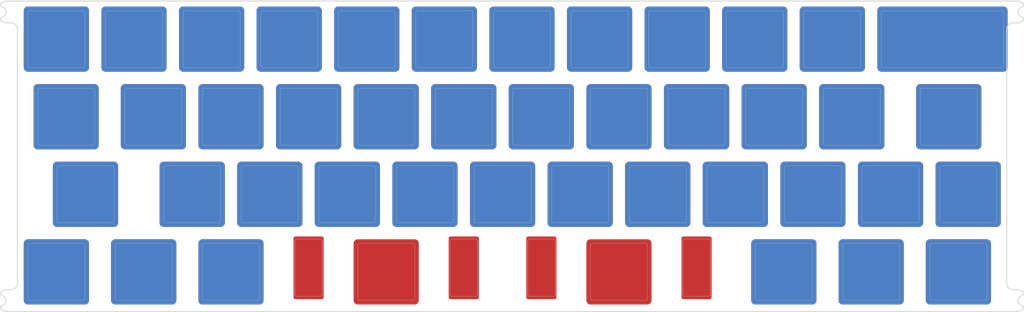
<source format=kicad_pcb>
(kicad_pcb (version 20171130) (host pcbnew "(5.1.4)-1")

  (general
    (thickness 1.6)
    (drawings 32)
    (tracks 0)
    (zones 0)
    (modules 44)
    (nets 1)
  )

  (page A4)
  (layers
    (0 F.Cu signal)
    (31 B.Cu signal)
    (32 B.Adhes user)
    (33 F.Adhes user)
    (34 B.Paste user)
    (35 F.Paste user)
    (36 B.SilkS user)
    (37 F.SilkS user)
    (38 B.Mask user)
    (39 F.Mask user)
    (40 Dwgs.User user)
    (41 Cmts.User user)
    (42 Eco1.User user)
    (43 Eco2.User user)
    (44 Edge.Cuts user)
    (45 Margin user)
    (46 B.CrtYd user)
    (47 F.CrtYd user)
    (48 B.Fab user)
    (49 F.Fab user)
  )

  (setup
    (last_trace_width 0.25)
    (trace_clearance 0.2)
    (zone_clearance 0.508)
    (zone_45_only no)
    (trace_min 0.2)
    (via_size 0.8)
    (via_drill 0.4)
    (via_min_size 0.4)
    (via_min_drill 0.3)
    (uvia_size 0.3)
    (uvia_drill 0.1)
    (uvias_allowed no)
    (uvia_min_size 0.2)
    (uvia_min_drill 0.1)
    (edge_width 0.05)
    (segment_width 0.2)
    (pcb_text_width 0.3)
    (pcb_text_size 1.5 1.5)
    (mod_edge_width 0.12)
    (mod_text_size 1 1)
    (mod_text_width 0.15)
    (pad_size 1.524 1.524)
    (pad_drill 0.762)
    (pad_to_mask_clearance 0.051)
    (solder_mask_min_width 0.25)
    (aux_axis_origin 0 0)
    (grid_origin 22.2236 24.6047)
    (visible_elements 7FFFEFFF)
    (pcbplotparams
      (layerselection 0x010c0_ffffffff)
      (usegerberextensions false)
      (usegerberattributes false)
      (usegerberadvancedattributes false)
      (creategerberjobfile false)
      (excludeedgelayer true)
      (linewidth 0.100000)
      (plotframeref false)
      (viasonmask false)
      (mode 1)
      (useauxorigin false)
      (hpglpennumber 1)
      (hpglpenspeed 20)
      (hpglpendiameter 15.000000)
      (psnegative false)
      (psa4output false)
      (plotreference true)
      (plotvalue true)
      (plotinvisibletext false)
      (padsonsilk false)
      (subtractmaskfromsilk false)
      (outputformat 1)
      (mirror false)
      (drillshape 0)
      (scaleselection 1)
      (outputdirectory "./"))
  )

  (net 0 "")

  (net_class Default "This is the default net class."
    (clearance 0.2)
    (trace_width 0.25)
    (via_dia 0.8)
    (via_drill 0.4)
    (uvia_dia 0.3)
    (uvia_drill 0.1)
  )

  (module Keybage_MX_Cutout:MX_Cutout_1.75u_enc (layer F.Cu) (tedit 6052B467) (tstamp 5FE06496)
    (at 238.9037 24.6047)
    (fp_text reference REF** (at 0.25 10.05) (layer Eco2.User) hide
      (effects (font (size 1 1) (thickness 0.15)))
    )
    (fp_text value MX_Cutout_1.75u_enc (at 0 -15.24) (layer F.Fab) hide
      (effects (font (size 1 1) (thickness 0.15)))
    )
    (fp_line (start 16.66875 -9.525) (end 16.66875 9.525) (layer Dwgs.User) (width 0.15))
    (fp_line (start 16.66875 9.525) (end -16.66875 9.525) (layer Dwgs.User) (width 0.15))
    (fp_line (start -16.66875 9.525) (end -16.66875 -9.525) (layer Dwgs.User) (width 0.15))
    (fp_line (start -16.66875 -9.525) (end 16.66875 -9.525) (layer Dwgs.User) (width 0.15))
    (fp_line (start 15.33125 -7) (end -13.64375 -7) (layer Edge.Cuts) (width 0.05))
    (fp_line (start -14.14375 -6.5) (end -14.14375 6.5) (layer Edge.Cuts) (width 0.05))
    (fp_line (start -13.64375 7) (end 15.33125 7) (layer Edge.Cuts) (width 0.05))
    (fp_line (start 15.83125 6.5) (end 15.83125 -6.5) (layer Edge.Cuts) (width 0.05))
    (fp_arc (start 15.33125 -6.5) (end 15.83125 -6.5) (angle -90) (layer Edge.Cuts) (width 0.05))
    (fp_arc (start -13.64375 -6.5) (end -13.64375 -7) (angle -90) (layer Edge.Cuts) (width 0.05))
    (fp_arc (start -13.64375 6.5) (end -14.14375 6.5) (angle -90) (layer Edge.Cuts) (width 0.05))
    (fp_arc (start 15.33125 6.5) (end 15.33125 7) (angle -90) (layer Edge.Cuts) (width 0.05))
    (pad 1 smd roundrect (at 0.84375 0 180) (size 31.975 16) (layers F.Cu F.Mask) (roundrect_rratio 0.063))
    (pad 1 smd roundrect (at 0.84375 0 180) (size 31.975 16) (layers B.Cu B.Mask) (roundrect_rratio 0.063))
  )

  (module Keybage_MX_Cutout:MX_Cutout_3u (layer F.Cu) (tedit 5FDFEB91) (tstamp 5FE05F07)
    (at 160.3274 81.7511 180)
    (fp_text reference REF** (at 0.25 10.05 180) (layer Eco2.User) hide
      (effects (font (size 1 1) (thickness 0.15)))
    )
    (fp_text value MX_Cutout_3u (at 0 -15.24 180) (layer F.Fab) hide
      (effects (font (size 1 1) (thickness 0.15)))
    )
    (fp_arc (start -16.175 -5.5) (end -15.675 -5.5) (angle -90) (layer Edge.Cuts) (width 0.05))
    (fp_arc (start -21.925 -5.5) (end -21.925 -6) (angle -90) (layer Edge.Cuts) (width 0.05))
    (fp_arc (start -21.925 7.5) (end -22.425 7.5) (angle -90) (layer Edge.Cuts) (width 0.05))
    (fp_arc (start -16.175 7.5) (end -16.175 8) (angle -90) (layer Edge.Cuts) (width 0.05))
    (fp_arc (start -6.5 -6.5) (end -6.5 -7) (angle -90) (layer Edge.Cuts) (width 0.05))
    (fp_arc (start -6.5 6.5) (end -7 6.5) (angle -90) (layer Edge.Cuts) (width 0.05))
    (fp_arc (start 6.5 6.5) (end 6.5 7) (angle -90) (layer Edge.Cuts) (width 0.05))
    (fp_arc (start 6.5 -6.5) (end 7 -6.5) (angle -90) (layer Edge.Cuts) (width 0.05))
    (fp_arc (start 21.925 -5.5) (end 22.425 -5.5) (angle -90) (layer Edge.Cuts) (width 0.05))
    (fp_arc (start 16.175 -5.5) (end 16.175 -6) (angle -90) (layer Edge.Cuts) (width 0.05))
    (fp_arc (start 16.175 7.5) (end 15.675 7.5) (angle -90) (layer Edge.Cuts) (width 0.05))
    (fp_arc (start 21.925 7.5) (end 21.925 8) (angle -90) (layer Edge.Cuts) (width 0.05))
    (fp_line (start -28.575 -9.525) (end -28.575 9.525) (layer Dwgs.User) (width 0.15))
    (fp_line (start -28.575 9.525) (end 28.575 9.525) (layer Dwgs.User) (width 0.15))
    (fp_line (start -28.575 -9.525) (end 28.575 -9.525) (layer Dwgs.User) (width 0.15))
    (fp_line (start 28.575 -9.525) (end 28.575 9.525) (layer Dwgs.User) (width 0.15))
    (fp_line (start -6.5 -7) (end 6.5 -7) (layer Edge.Cuts) (width 0.05))
    (fp_line (start 7 -6.5) (end 7 6.5) (layer Edge.Cuts) (width 0.05))
    (fp_line (start 6.5 7) (end -6.5 7) (layer Edge.Cuts) (width 0.05))
    (fp_line (start -7 6.5) (end -7 -6.5) (layer Edge.Cuts) (width 0.05))
    (fp_line (start -15.675 -5.5) (end -15.675 7.5) (layer Edge.Cuts) (width 0.05))
    (fp_line (start -16.175 8) (end -21.925 8) (layer Edge.Cuts) (width 0.05))
    (fp_line (start -22.425 7.5) (end -22.425 -5.5) (layer Edge.Cuts) (width 0.05))
    (fp_line (start -21.925 -6) (end -16.175 -6) (layer Edge.Cuts) (width 0.05))
    (fp_line (start 22.425 -5.5) (end 22.425 7.5) (layer Edge.Cuts) (width 0.05))
    (fp_line (start 21.925 8) (end 16.175 8) (layer Edge.Cuts) (width 0.05))
    (fp_line (start 15.675 7.5) (end 15.675 -5.5) (layer Edge.Cuts) (width 0.05))
    (fp_line (start 16.175 -6) (end 21.925 -6) (layer Edge.Cuts) (width 0.05))
    (pad 1 smd roundrect (at 0 0) (size 16 16) (layers F.Cu F.Mask) (roundrect_rratio 0.063))
    (pad 1 smd roundrect (at -19.05 1) (size 7.4 15.4) (layers F.Cu F.Mask) (roundrect_rratio 0.063))
    (pad 1 smd roundrect (at 19.05 1) (size 7.4 15.4) (layers F.Cu F.Mask) (roundrect_rratio 0.063))
  )

  (module Keybage_MX_Cutout:MX_Cutout_3u (layer F.Cu) (tedit 5FDFEB91) (tstamp 5FE05A71)
    (at 103.181 81.7511 180)
    (fp_text reference REF** (at 0.25 10.05 180) (layer Eco2.User) hide
      (effects (font (size 1 1) (thickness 0.15)))
    )
    (fp_text value MX_Cutout_3u (at 0 -15.24 180) (layer F.Fab) hide
      (effects (font (size 1 1) (thickness 0.15)))
    )
    (fp_arc (start -16.175 -5.5) (end -15.675 -5.5) (angle -90) (layer Edge.Cuts) (width 0.05))
    (fp_arc (start -21.925 -5.5) (end -21.925 -6) (angle -90) (layer Edge.Cuts) (width 0.05))
    (fp_arc (start -21.925 7.5) (end -22.425 7.5) (angle -90) (layer Edge.Cuts) (width 0.05))
    (fp_arc (start -16.175 7.5) (end -16.175 8) (angle -90) (layer Edge.Cuts) (width 0.05))
    (fp_arc (start -6.5 -6.5) (end -6.5 -7) (angle -90) (layer Edge.Cuts) (width 0.05))
    (fp_arc (start -6.5 6.5) (end -7 6.5) (angle -90) (layer Edge.Cuts) (width 0.05))
    (fp_arc (start 6.5 6.5) (end 6.5 7) (angle -90) (layer Edge.Cuts) (width 0.05))
    (fp_arc (start 6.5 -6.5) (end 7 -6.5) (angle -90) (layer Edge.Cuts) (width 0.05))
    (fp_arc (start 21.925 -5.5) (end 22.425 -5.5) (angle -90) (layer Edge.Cuts) (width 0.05))
    (fp_arc (start 16.175 -5.5) (end 16.175 -6) (angle -90) (layer Edge.Cuts) (width 0.05))
    (fp_arc (start 16.175 7.5) (end 15.675 7.5) (angle -90) (layer Edge.Cuts) (width 0.05))
    (fp_arc (start 21.925 7.5) (end 21.925 8) (angle -90) (layer Edge.Cuts) (width 0.05))
    (fp_line (start -28.575 -9.525) (end -28.575 9.525) (layer Dwgs.User) (width 0.15))
    (fp_line (start -28.575 9.525) (end 28.575 9.525) (layer Dwgs.User) (width 0.15))
    (fp_line (start -28.575 -9.525) (end 28.575 -9.525) (layer Dwgs.User) (width 0.15))
    (fp_line (start 28.575 -9.525) (end 28.575 9.525) (layer Dwgs.User) (width 0.15))
    (fp_line (start -6.5 -7) (end 6.5 -7) (layer Edge.Cuts) (width 0.05))
    (fp_line (start 7 -6.5) (end 7 6.5) (layer Edge.Cuts) (width 0.05))
    (fp_line (start 6.5 7) (end -6.5 7) (layer Edge.Cuts) (width 0.05))
    (fp_line (start -7 6.5) (end -7 -6.5) (layer Edge.Cuts) (width 0.05))
    (fp_line (start -15.675 -5.5) (end -15.675 7.5) (layer Edge.Cuts) (width 0.05))
    (fp_line (start -16.175 8) (end -21.925 8) (layer Edge.Cuts) (width 0.05))
    (fp_line (start -22.425 7.5) (end -22.425 -5.5) (layer Edge.Cuts) (width 0.05))
    (fp_line (start -21.925 -6) (end -16.175 -6) (layer Edge.Cuts) (width 0.05))
    (fp_line (start 22.425 -5.5) (end 22.425 7.5) (layer Edge.Cuts) (width 0.05))
    (fp_line (start 21.925 8) (end 16.175 8) (layer Edge.Cuts) (width 0.05))
    (fp_line (start 15.675 7.5) (end 15.675 -5.5) (layer Edge.Cuts) (width 0.05))
    (fp_line (start 16.175 -6) (end 21.925 -6) (layer Edge.Cuts) (width 0.05))
    (pad 1 smd roundrect (at 0 0) (size 16 16) (layers F.Cu F.Mask) (roundrect_rratio 0.063))
    (pad 1 smd roundrect (at -19.05 1) (size 7.4 15.4) (layers F.Cu F.Mask) (roundrect_rratio 0.063))
    (pad 1 smd roundrect (at 19.05 1) (size 7.4 15.4) (layers F.Cu F.Mask) (roundrect_rratio 0.063))
  )

  (module Keybage_MX_Cutout:MX_Cutout_1.5u (layer F.Cu) (tedit 5F05689C) (tstamp 5FE05508)
    (at 241.2848 43.6535)
    (fp_text reference REF** (at 0.25 10.05) (layer Eco2.User) hide
      (effects (font (size 1 1) (thickness 0.15)))
    )
    (fp_text value MX_Cutout_1.5u (at 0 -15.24) (layer F.Fab) hide
      (effects (font (size 1 1) (thickness 0.15)))
    )
    (fp_arc (start 6.5 -6.5) (end 7 -6.5) (angle -90) (layer Edge.Cuts) (width 0.05))
    (fp_arc (start -6.5 -6.5) (end -6.5 -7) (angle -90) (layer Edge.Cuts) (width 0.05))
    (fp_arc (start -6.5 6.5) (end -7 6.5) (angle -90) (layer Edge.Cuts) (width 0.05))
    (fp_arc (start 6.5 6.5) (end 6.5 7) (angle -90) (layer Edge.Cuts) (width 0.05))
    (fp_line (start 7 6.5) (end 7 -6.5) (layer Edge.Cuts) (width 0.05))
    (fp_line (start -6.5 7) (end 6.5 7) (layer Edge.Cuts) (width 0.05))
    (fp_line (start -7 -6.5) (end -7 6.5) (layer Edge.Cuts) (width 0.05))
    (fp_line (start 6.5 -7) (end -6.5 -7) (layer Edge.Cuts) (width 0.05))
    (fp_line (start -14.2875 -9.525) (end 14.2875 -9.525) (layer Dwgs.User) (width 0.15))
    (fp_line (start -14.2875 9.525) (end -14.2875 -9.525) (layer Dwgs.User) (width 0.15))
    (fp_line (start 14.2875 9.525) (end -14.2875 9.525) (layer Dwgs.User) (width 0.15))
    (fp_line (start 14.2875 -9.525) (end 14.2875 9.525) (layer Dwgs.User) (width 0.15))
    (pad 1 smd roundrect (at 0 0 180) (size 16 16) (layers F.Cu F.Mask) (roundrect_rratio 0.063))
    (pad 1 smd roundrect (at 0 0 180) (size 16 16) (layers B.Cu B.Mask) (roundrect_rratio 0.063))
  )

  (module Keybage_MX_Cutout:MX_Cutout_1.25u (layer F.Cu) (tedit 5F056825) (tstamp 5FE05398)
    (at 243.6659 81.7511)
    (fp_text reference REF** (at 0.25 10.05) (layer Eco2.User) hide
      (effects (font (size 1 1) (thickness 0.15)))
    )
    (fp_text value MX_Cutout_1.25u (at 0 -15.24) (layer F.Fab) hide
      (effects (font (size 1 1) (thickness 0.15)))
    )
    (fp_line (start 7 6.5) (end 7 -6.5) (layer Edge.Cuts) (width 0.05))
    (fp_line (start -6.5 7) (end 6.5 7) (layer Edge.Cuts) (width 0.05))
    (fp_line (start -7 -6.5) (end -7 6.5) (layer Edge.Cuts) (width 0.05))
    (fp_line (start 6.5 -7) (end -6.5 -7) (layer Edge.Cuts) (width 0.05))
    (fp_line (start -11.90625 -9.525) (end 11.90625 -9.525) (layer Dwgs.User) (width 0.15))
    (fp_line (start -11.90625 9.525) (end -11.90625 -9.525) (layer Dwgs.User) (width 0.15))
    (fp_line (start 11.90625 9.525) (end -11.90625 9.525) (layer Dwgs.User) (width 0.15))
    (fp_line (start 11.90625 -9.525) (end 11.90625 9.525) (layer Dwgs.User) (width 0.15))
    (fp_arc (start 6.5 -6.5) (end 7 -6.5) (angle -90) (layer Edge.Cuts) (width 0.05))
    (fp_arc (start -6.5 -6.5) (end -6.5 -7) (angle -90) (layer Edge.Cuts) (width 0.05))
    (fp_arc (start -6.5 6.5) (end -7 6.5) (angle -90) (layer Edge.Cuts) (width 0.05))
    (fp_arc (start 6.5 6.5) (end 6.5 7) (angle -90) (layer Edge.Cuts) (width 0.05))
    (pad 1 smd roundrect (at 0 0 180) (size 16 16) (layers F.Cu F.Mask) (roundrect_rratio 0.063))
    (pad 1 smd roundrect (at 0 0 180) (size 16 16) (layers B.Cu B.Mask) (roundrect_rratio 0.063))
  )

  (module Keybage_MX_Cutout:MX_Cutout_1.25u (layer F.Cu) (tedit 5F056825) (tstamp 5FE05353)
    (at 200.8061 81.7511)
    (fp_text reference REF** (at 0.25 10.05) (layer Eco2.User) hide
      (effects (font (size 1 1) (thickness 0.15)))
    )
    (fp_text value MX_Cutout_1.25u (at 0 -15.24) (layer F.Fab) hide
      (effects (font (size 1 1) (thickness 0.15)))
    )
    (fp_line (start 7 6.5) (end 7 -6.5) (layer Edge.Cuts) (width 0.05))
    (fp_line (start -6.5 7) (end 6.5 7) (layer Edge.Cuts) (width 0.05))
    (fp_line (start -7 -6.5) (end -7 6.5) (layer Edge.Cuts) (width 0.05))
    (fp_line (start 6.5 -7) (end -6.5 -7) (layer Edge.Cuts) (width 0.05))
    (fp_line (start -11.90625 -9.525) (end 11.90625 -9.525) (layer Dwgs.User) (width 0.15))
    (fp_line (start -11.90625 9.525) (end -11.90625 -9.525) (layer Dwgs.User) (width 0.15))
    (fp_line (start 11.90625 9.525) (end -11.90625 9.525) (layer Dwgs.User) (width 0.15))
    (fp_line (start 11.90625 -9.525) (end 11.90625 9.525) (layer Dwgs.User) (width 0.15))
    (fp_arc (start 6.5 -6.5) (end 7 -6.5) (angle -90) (layer Edge.Cuts) (width 0.05))
    (fp_arc (start -6.5 -6.5) (end -6.5 -7) (angle -90) (layer Edge.Cuts) (width 0.05))
    (fp_arc (start -6.5 6.5) (end -7 6.5) (angle -90) (layer Edge.Cuts) (width 0.05))
    (fp_arc (start 6.5 6.5) (end 6.5 7) (angle -90) (layer Edge.Cuts) (width 0.05))
    (pad 1 smd roundrect (at 0 0 180) (size 16 16) (layers F.Cu F.Mask) (roundrect_rratio 0.063))
    (pad 1 smd roundrect (at 0 0 180) (size 16 16) (layers B.Cu B.Mask) (roundrect_rratio 0.063))
  )

  (module Keybage_MX_Cutout:MX_Cutout_1.25u (layer F.Cu) (tedit 5F056825) (tstamp 5FE0530E)
    (at 43.6535 81.7511)
    (fp_text reference REF** (at 0.25 10.05) (layer Eco2.User) hide
      (effects (font (size 1 1) (thickness 0.15)))
    )
    (fp_text value MX_Cutout_1.25u (at 0 -15.24) (layer F.Fab) hide
      (effects (font (size 1 1) (thickness 0.15)))
    )
    (fp_line (start 7 6.5) (end 7 -6.5) (layer Edge.Cuts) (width 0.05))
    (fp_line (start -6.5 7) (end 6.5 7) (layer Edge.Cuts) (width 0.05))
    (fp_line (start -7 -6.5) (end -7 6.5) (layer Edge.Cuts) (width 0.05))
    (fp_line (start 6.5 -7) (end -6.5 -7) (layer Edge.Cuts) (width 0.05))
    (fp_line (start -11.90625 -9.525) (end 11.90625 -9.525) (layer Dwgs.User) (width 0.15))
    (fp_line (start -11.90625 9.525) (end -11.90625 -9.525) (layer Dwgs.User) (width 0.15))
    (fp_line (start 11.90625 9.525) (end -11.90625 9.525) (layer Dwgs.User) (width 0.15))
    (fp_line (start 11.90625 -9.525) (end 11.90625 9.525) (layer Dwgs.User) (width 0.15))
    (fp_arc (start 6.5 -6.5) (end 7 -6.5) (angle -90) (layer Edge.Cuts) (width 0.05))
    (fp_arc (start -6.5 -6.5) (end -6.5 -7) (angle -90) (layer Edge.Cuts) (width 0.05))
    (fp_arc (start -6.5 6.5) (end -7 6.5) (angle -90) (layer Edge.Cuts) (width 0.05))
    (fp_arc (start 6.5 6.5) (end 6.5 7) (angle -90) (layer Edge.Cuts) (width 0.05))
    (pad 1 smd roundrect (at 0 0 180) (size 16 16) (layers F.Cu F.Mask) (roundrect_rratio 0.063))
    (pad 1 smd roundrect (at 0 0 180) (size 16 16) (layers B.Cu B.Mask) (roundrect_rratio 0.063))
  )

  (module Keybage_MX_Cutout:MX_Cutout_1.75u (layer F.Cu) (tedit 5F056945) (tstamp 5FE052A7)
    (at 29.3669 62.7023)
    (fp_text reference REF** (at 0.25 10.05) (layer Eco2.User) hide
      (effects (font (size 1 1) (thickness 0.15)))
    )
    (fp_text value MX_Cutout_1.75u (at 0 -15.24) (layer F.Fab) hide
      (effects (font (size 1 1) (thickness 0.15)))
    )
    (fp_arc (start 6.5 6.5) (end 6.5 7) (angle -90) (layer Edge.Cuts) (width 0.05))
    (fp_arc (start -6.5 6.5) (end -7 6.5) (angle -90) (layer Edge.Cuts) (width 0.05))
    (fp_arc (start -6.5 -6.5) (end -6.5 -7) (angle -90) (layer Edge.Cuts) (width 0.05))
    (fp_arc (start 6.5 -6.5) (end 7 -6.5) (angle -90) (layer Edge.Cuts) (width 0.05))
    (fp_line (start 7 6.5) (end 7 -6.5) (layer Edge.Cuts) (width 0.05))
    (fp_line (start -6.5 7) (end 6.5 7) (layer Edge.Cuts) (width 0.05))
    (fp_line (start -7 -6.5) (end -7 6.5) (layer Edge.Cuts) (width 0.05))
    (fp_line (start 6.5 -7) (end -6.5 -7) (layer Edge.Cuts) (width 0.05))
    (fp_line (start -16.66875 -9.525) (end 16.66875 -9.525) (layer Dwgs.User) (width 0.15))
    (fp_line (start -16.66875 9.525) (end -16.66875 -9.525) (layer Dwgs.User) (width 0.15))
    (fp_line (start 16.66875 9.525) (end -16.66875 9.525) (layer Dwgs.User) (width 0.15))
    (fp_line (start 16.66875 -9.525) (end 16.66875 9.525) (layer Dwgs.User) (width 0.15))
    (pad 1 smd roundrect (at 0 0 180) (size 16 16) (layers B.Cu B.Mask) (roundrect_rratio 0.063))
    (pad 1 smd roundrect (at 0 0 180) (size 16 16) (layers F.Cu F.Mask) (roundrect_rratio 0.063))
  )

  (module Keybage_MX_Cutout:MX_Cutout_1.25u (layer F.Cu) (tedit 5F056825) (tstamp 5FE05115)
    (at 24.6047 43.6535)
    (fp_text reference REF** (at 0.25 10.05) (layer Eco2.User) hide
      (effects (font (size 1 1) (thickness 0.15)))
    )
    (fp_text value MX_Cutout_1.25u (at 0 -15.24) (layer F.Fab) hide
      (effects (font (size 1 1) (thickness 0.15)))
    )
    (fp_line (start 7 6.5) (end 7 -6.5) (layer Edge.Cuts) (width 0.05))
    (fp_line (start -6.5 7) (end 6.5 7) (layer Edge.Cuts) (width 0.05))
    (fp_line (start -7 -6.5) (end -7 6.5) (layer Edge.Cuts) (width 0.05))
    (fp_line (start 6.5 -7) (end -6.5 -7) (layer Edge.Cuts) (width 0.05))
    (fp_line (start -11.90625 -9.525) (end 11.90625 -9.525) (layer Dwgs.User) (width 0.15))
    (fp_line (start -11.90625 9.525) (end -11.90625 -9.525) (layer Dwgs.User) (width 0.15))
    (fp_line (start 11.90625 9.525) (end -11.90625 9.525) (layer Dwgs.User) (width 0.15))
    (fp_line (start 11.90625 -9.525) (end 11.90625 9.525) (layer Dwgs.User) (width 0.15))
    (fp_arc (start 6.5 -6.5) (end 7 -6.5) (angle -90) (layer Edge.Cuts) (width 0.05))
    (fp_arc (start -6.5 -6.5) (end -6.5 -7) (angle -90) (layer Edge.Cuts) (width 0.05))
    (fp_arc (start -6.5 6.5) (end -7 6.5) (angle -90) (layer Edge.Cuts) (width 0.05))
    (fp_arc (start 6.5 6.5) (end 6.5 7) (angle -90) (layer Edge.Cuts) (width 0.05))
    (pad 1 smd roundrect (at 0 0 180) (size 16 16) (layers F.Cu F.Mask) (roundrect_rratio 0.063))
    (pad 1 smd roundrect (at 0 0 180) (size 16 16) (layers B.Cu B.Mask) (roundrect_rratio 0.063))
  )

  (module Keybage_MX_Cutout:MX_Cutout_1u (layer F.Cu) (tedit 5F0566A3) (tstamp 5FE04F31)
    (at 222.236 81.7511)
    (fp_text reference REF** (at 0.25 10.05) (layer Eco2.User) hide
      (effects (font (size 1 1) (thickness 0.15)))
    )
    (fp_text value MX_Cutout_1u (at 0 -15.24) (layer F.Fab) hide
      (effects (font (size 1 1) (thickness 0.15)))
    )
    (fp_arc (start 6.5 6.5) (end 6.5 7) (angle -90) (layer Edge.Cuts) (width 0.05))
    (fp_arc (start -6.5 6.5) (end -7 6.5) (angle -90) (layer Edge.Cuts) (width 0.05))
    (fp_arc (start -6.5 -6.5) (end -6.5 -7) (angle -90) (layer Edge.Cuts) (width 0.05))
    (fp_arc (start 6.5 -6.5) (end 7 -6.5) (angle -90) (layer Edge.Cuts) (width 0.05))
    (fp_line (start 7 6.5) (end 7 -6.5) (layer Edge.Cuts) (width 0.05))
    (fp_line (start -6.5 7) (end 6.5 7) (layer Edge.Cuts) (width 0.05))
    (fp_line (start -7 -6.5) (end -7 6.5) (layer Edge.Cuts) (width 0.05))
    (fp_line (start 6.5 -7) (end -6.5 -7) (layer Edge.Cuts) (width 0.05))
    (fp_line (start -9.525 -9.525) (end 9.525 -9.525) (layer Dwgs.User) (width 0.15))
    (fp_line (start -9.525 9.525) (end -9.525 -9.525) (layer Dwgs.User) (width 0.15))
    (fp_line (start 9.525 9.525) (end -9.525 9.525) (layer Dwgs.User) (width 0.15))
    (fp_line (start 9.525 -9.525) (end 9.525 9.525) (layer Dwgs.User) (width 0.15))
    (pad 1 smd roundrect (at 0 0 180) (size 16 16) (layers B.Cu B.Mask) (roundrect_rratio 0.063))
    (pad 1 smd roundrect (at 0 0 180) (size 16 16) (layers F.Cu F.Mask) (roundrect_rratio 0.063))
  )

  (module Keybage_MX_Cutout:MX_Cutout_1u (layer F.Cu) (tedit 5F0566A3) (tstamp 5FE04EEC)
    (at 65.0834 81.7511)
    (fp_text reference REF** (at 0.25 10.05) (layer Eco2.User) hide
      (effects (font (size 1 1) (thickness 0.15)))
    )
    (fp_text value MX_Cutout_1u (at 0 -15.24) (layer F.Fab) hide
      (effects (font (size 1 1) (thickness 0.15)))
    )
    (fp_arc (start 6.5 6.5) (end 6.5 7) (angle -90) (layer Edge.Cuts) (width 0.05))
    (fp_arc (start -6.5 6.5) (end -7 6.5) (angle -90) (layer Edge.Cuts) (width 0.05))
    (fp_arc (start -6.5 -6.5) (end -6.5 -7) (angle -90) (layer Edge.Cuts) (width 0.05))
    (fp_arc (start 6.5 -6.5) (end 7 -6.5) (angle -90) (layer Edge.Cuts) (width 0.05))
    (fp_line (start 7 6.5) (end 7 -6.5) (layer Edge.Cuts) (width 0.05))
    (fp_line (start -6.5 7) (end 6.5 7) (layer Edge.Cuts) (width 0.05))
    (fp_line (start -7 -6.5) (end -7 6.5) (layer Edge.Cuts) (width 0.05))
    (fp_line (start 6.5 -7) (end -6.5 -7) (layer Edge.Cuts) (width 0.05))
    (fp_line (start -9.525 -9.525) (end 9.525 -9.525) (layer Dwgs.User) (width 0.15))
    (fp_line (start -9.525 9.525) (end -9.525 -9.525) (layer Dwgs.User) (width 0.15))
    (fp_line (start 9.525 9.525) (end -9.525 9.525) (layer Dwgs.User) (width 0.15))
    (fp_line (start 9.525 -9.525) (end 9.525 9.525) (layer Dwgs.User) (width 0.15))
    (pad 1 smd roundrect (at 0 0 180) (size 16 16) (layers B.Cu B.Mask) (roundrect_rratio 0.063))
    (pad 1 smd roundrect (at 0 0 180) (size 16 16) (layers F.Cu F.Mask) (roundrect_rratio 0.063))
  )

  (module Keybage_MX_Cutout:MX_Cutout_1u (layer F.Cu) (tedit 5F0566A3) (tstamp 5FE04EA7)
    (at 22.2236 81.7511)
    (fp_text reference REF** (at 0.25 10.05) (layer Eco2.User) hide
      (effects (font (size 1 1) (thickness 0.15)))
    )
    (fp_text value MX_Cutout_1u (at 0 -15.24) (layer F.Fab) hide
      (effects (font (size 1 1) (thickness 0.15)))
    )
    (fp_arc (start 6.5 6.5) (end 6.5 7) (angle -90) (layer Edge.Cuts) (width 0.05))
    (fp_arc (start -6.5 6.5) (end -7 6.5) (angle -90) (layer Edge.Cuts) (width 0.05))
    (fp_arc (start -6.5 -6.5) (end -6.5 -7) (angle -90) (layer Edge.Cuts) (width 0.05))
    (fp_arc (start 6.5 -6.5) (end 7 -6.5) (angle -90) (layer Edge.Cuts) (width 0.05))
    (fp_line (start 7 6.5) (end 7 -6.5) (layer Edge.Cuts) (width 0.05))
    (fp_line (start -6.5 7) (end 6.5 7) (layer Edge.Cuts) (width 0.05))
    (fp_line (start -7 -6.5) (end -7 6.5) (layer Edge.Cuts) (width 0.05))
    (fp_line (start 6.5 -7) (end -6.5 -7) (layer Edge.Cuts) (width 0.05))
    (fp_line (start -9.525 -9.525) (end 9.525 -9.525) (layer Dwgs.User) (width 0.15))
    (fp_line (start -9.525 9.525) (end -9.525 -9.525) (layer Dwgs.User) (width 0.15))
    (fp_line (start 9.525 9.525) (end -9.525 9.525) (layer Dwgs.User) (width 0.15))
    (fp_line (start 9.525 -9.525) (end 9.525 9.525) (layer Dwgs.User) (width 0.15))
    (pad 1 smd roundrect (at 0 0 180) (size 16 16) (layers B.Cu B.Mask) (roundrect_rratio 0.063))
    (pad 1 smd roundrect (at 0 0 180) (size 16 16) (layers F.Cu F.Mask) (roundrect_rratio 0.063))
  )

  (module Keybage_MX_Cutout:MX_Cutout_1u (layer F.Cu) (tedit 5F0566A3) (tstamp 5FE04E62)
    (at 55.559 62.7023)
    (fp_text reference REF** (at 0.25 10.05) (layer Eco2.User) hide
      (effects (font (size 1 1) (thickness 0.15)))
    )
    (fp_text value MX_Cutout_1u (at 0 -15.24) (layer F.Fab) hide
      (effects (font (size 1 1) (thickness 0.15)))
    )
    (fp_arc (start 6.5 6.5) (end 6.5 7) (angle -90) (layer Edge.Cuts) (width 0.05))
    (fp_arc (start -6.5 6.5) (end -7 6.5) (angle -90) (layer Edge.Cuts) (width 0.05))
    (fp_arc (start -6.5 -6.5) (end -6.5 -7) (angle -90) (layer Edge.Cuts) (width 0.05))
    (fp_arc (start 6.5 -6.5) (end 7 -6.5) (angle -90) (layer Edge.Cuts) (width 0.05))
    (fp_line (start 7 6.5) (end 7 -6.5) (layer Edge.Cuts) (width 0.05))
    (fp_line (start -6.5 7) (end 6.5 7) (layer Edge.Cuts) (width 0.05))
    (fp_line (start -7 -6.5) (end -7 6.5) (layer Edge.Cuts) (width 0.05))
    (fp_line (start 6.5 -7) (end -6.5 -7) (layer Edge.Cuts) (width 0.05))
    (fp_line (start -9.525 -9.525) (end 9.525 -9.525) (layer Dwgs.User) (width 0.15))
    (fp_line (start -9.525 9.525) (end -9.525 -9.525) (layer Dwgs.User) (width 0.15))
    (fp_line (start 9.525 9.525) (end -9.525 9.525) (layer Dwgs.User) (width 0.15))
    (fp_line (start 9.525 -9.525) (end 9.525 9.525) (layer Dwgs.User) (width 0.15))
    (pad 1 smd roundrect (at 0 0 180) (size 16 16) (layers B.Cu B.Mask) (roundrect_rratio 0.063))
    (pad 1 smd roundrect (at 0 0 180) (size 16 16) (layers F.Cu F.Mask) (roundrect_rratio 0.063))
  )

  (module Keybage_MX_Cutout:MX_Cutout_1u (layer F.Cu) (tedit 5F0566A3) (tstamp 5FE04E1D)
    (at 74.6078 62.7023)
    (fp_text reference REF** (at 0.25 10.05) (layer Eco2.User) hide
      (effects (font (size 1 1) (thickness 0.15)))
    )
    (fp_text value MX_Cutout_1u (at 0 -15.24) (layer F.Fab) hide
      (effects (font (size 1 1) (thickness 0.15)))
    )
    (fp_arc (start 6.5 6.5) (end 6.5 7) (angle -90) (layer Edge.Cuts) (width 0.05))
    (fp_arc (start -6.5 6.5) (end -7 6.5) (angle -90) (layer Edge.Cuts) (width 0.05))
    (fp_arc (start -6.5 -6.5) (end -6.5 -7) (angle -90) (layer Edge.Cuts) (width 0.05))
    (fp_arc (start 6.5 -6.5) (end 7 -6.5) (angle -90) (layer Edge.Cuts) (width 0.05))
    (fp_line (start 7 6.5) (end 7 -6.5) (layer Edge.Cuts) (width 0.05))
    (fp_line (start -6.5 7) (end 6.5 7) (layer Edge.Cuts) (width 0.05))
    (fp_line (start -7 -6.5) (end -7 6.5) (layer Edge.Cuts) (width 0.05))
    (fp_line (start 6.5 -7) (end -6.5 -7) (layer Edge.Cuts) (width 0.05))
    (fp_line (start -9.525 -9.525) (end 9.525 -9.525) (layer Dwgs.User) (width 0.15))
    (fp_line (start -9.525 9.525) (end -9.525 -9.525) (layer Dwgs.User) (width 0.15))
    (fp_line (start 9.525 9.525) (end -9.525 9.525) (layer Dwgs.User) (width 0.15))
    (fp_line (start 9.525 -9.525) (end 9.525 9.525) (layer Dwgs.User) (width 0.15))
    (pad 1 smd roundrect (at 0 0 180) (size 16 16) (layers B.Cu B.Mask) (roundrect_rratio 0.063))
    (pad 1 smd roundrect (at 0 0 180) (size 16 16) (layers F.Cu F.Mask) (roundrect_rratio 0.063))
  )

  (module Keybage_MX_Cutout:MX_Cutout_1u (layer F.Cu) (tedit 5F0566A3) (tstamp 5FE04DD8)
    (at 93.6566 62.7023)
    (fp_text reference REF** (at 0.25 10.05) (layer Eco2.User) hide
      (effects (font (size 1 1) (thickness 0.15)))
    )
    (fp_text value MX_Cutout_1u (at 0 -15.24) (layer F.Fab) hide
      (effects (font (size 1 1) (thickness 0.15)))
    )
    (fp_arc (start 6.5 6.5) (end 6.5 7) (angle -90) (layer Edge.Cuts) (width 0.05))
    (fp_arc (start -6.5 6.5) (end -7 6.5) (angle -90) (layer Edge.Cuts) (width 0.05))
    (fp_arc (start -6.5 -6.5) (end -6.5 -7) (angle -90) (layer Edge.Cuts) (width 0.05))
    (fp_arc (start 6.5 -6.5) (end 7 -6.5) (angle -90) (layer Edge.Cuts) (width 0.05))
    (fp_line (start 7 6.5) (end 7 -6.5) (layer Edge.Cuts) (width 0.05))
    (fp_line (start -6.5 7) (end 6.5 7) (layer Edge.Cuts) (width 0.05))
    (fp_line (start -7 -6.5) (end -7 6.5) (layer Edge.Cuts) (width 0.05))
    (fp_line (start 6.5 -7) (end -6.5 -7) (layer Edge.Cuts) (width 0.05))
    (fp_line (start -9.525 -9.525) (end 9.525 -9.525) (layer Dwgs.User) (width 0.15))
    (fp_line (start -9.525 9.525) (end -9.525 -9.525) (layer Dwgs.User) (width 0.15))
    (fp_line (start 9.525 9.525) (end -9.525 9.525) (layer Dwgs.User) (width 0.15))
    (fp_line (start 9.525 -9.525) (end 9.525 9.525) (layer Dwgs.User) (width 0.15))
    (pad 1 smd roundrect (at 0 0 180) (size 16 16) (layers B.Cu B.Mask) (roundrect_rratio 0.063))
    (pad 1 smd roundrect (at 0 0 180) (size 16 16) (layers F.Cu F.Mask) (roundrect_rratio 0.063))
  )

  (module Keybage_MX_Cutout:MX_Cutout_1u (layer F.Cu) (tedit 5F0566A3) (tstamp 5FE04D93)
    (at 112.7054 62.7023)
    (fp_text reference REF** (at 0.25 10.05) (layer Eco2.User) hide
      (effects (font (size 1 1) (thickness 0.15)))
    )
    (fp_text value MX_Cutout_1u (at 0 -15.24) (layer F.Fab) hide
      (effects (font (size 1 1) (thickness 0.15)))
    )
    (fp_arc (start 6.5 6.5) (end 6.5 7) (angle -90) (layer Edge.Cuts) (width 0.05))
    (fp_arc (start -6.5 6.5) (end -7 6.5) (angle -90) (layer Edge.Cuts) (width 0.05))
    (fp_arc (start -6.5 -6.5) (end -6.5 -7) (angle -90) (layer Edge.Cuts) (width 0.05))
    (fp_arc (start 6.5 -6.5) (end 7 -6.5) (angle -90) (layer Edge.Cuts) (width 0.05))
    (fp_line (start 7 6.5) (end 7 -6.5) (layer Edge.Cuts) (width 0.05))
    (fp_line (start -6.5 7) (end 6.5 7) (layer Edge.Cuts) (width 0.05))
    (fp_line (start -7 -6.5) (end -7 6.5) (layer Edge.Cuts) (width 0.05))
    (fp_line (start 6.5 -7) (end -6.5 -7) (layer Edge.Cuts) (width 0.05))
    (fp_line (start -9.525 -9.525) (end 9.525 -9.525) (layer Dwgs.User) (width 0.15))
    (fp_line (start -9.525 9.525) (end -9.525 -9.525) (layer Dwgs.User) (width 0.15))
    (fp_line (start 9.525 9.525) (end -9.525 9.525) (layer Dwgs.User) (width 0.15))
    (fp_line (start 9.525 -9.525) (end 9.525 9.525) (layer Dwgs.User) (width 0.15))
    (pad 1 smd roundrect (at 0 0 180) (size 16 16) (layers B.Cu B.Mask) (roundrect_rratio 0.063))
    (pad 1 smd roundrect (at 0 0 180) (size 16 16) (layers F.Cu F.Mask) (roundrect_rratio 0.063))
  )

  (module Keybage_MX_Cutout:MX_Cutout_1u (layer F.Cu) (tedit 5F0566A3) (tstamp 5FE04D4E)
    (at 131.7542 62.7023)
    (fp_text reference REF** (at 0.25 10.05) (layer Eco2.User) hide
      (effects (font (size 1 1) (thickness 0.15)))
    )
    (fp_text value MX_Cutout_1u (at 0 -15.24) (layer F.Fab) hide
      (effects (font (size 1 1) (thickness 0.15)))
    )
    (fp_arc (start 6.5 6.5) (end 6.5 7) (angle -90) (layer Edge.Cuts) (width 0.05))
    (fp_arc (start -6.5 6.5) (end -7 6.5) (angle -90) (layer Edge.Cuts) (width 0.05))
    (fp_arc (start -6.5 -6.5) (end -6.5 -7) (angle -90) (layer Edge.Cuts) (width 0.05))
    (fp_arc (start 6.5 -6.5) (end 7 -6.5) (angle -90) (layer Edge.Cuts) (width 0.05))
    (fp_line (start 7 6.5) (end 7 -6.5) (layer Edge.Cuts) (width 0.05))
    (fp_line (start -6.5 7) (end 6.5 7) (layer Edge.Cuts) (width 0.05))
    (fp_line (start -7 -6.5) (end -7 6.5) (layer Edge.Cuts) (width 0.05))
    (fp_line (start 6.5 -7) (end -6.5 -7) (layer Edge.Cuts) (width 0.05))
    (fp_line (start -9.525 -9.525) (end 9.525 -9.525) (layer Dwgs.User) (width 0.15))
    (fp_line (start -9.525 9.525) (end -9.525 -9.525) (layer Dwgs.User) (width 0.15))
    (fp_line (start 9.525 9.525) (end -9.525 9.525) (layer Dwgs.User) (width 0.15))
    (fp_line (start 9.525 -9.525) (end 9.525 9.525) (layer Dwgs.User) (width 0.15))
    (pad 1 smd roundrect (at 0 0 180) (size 16 16) (layers B.Cu B.Mask) (roundrect_rratio 0.063))
    (pad 1 smd roundrect (at 0 0 180) (size 16 16) (layers F.Cu F.Mask) (roundrect_rratio 0.063))
  )

  (module Keybage_MX_Cutout:MX_Cutout_1u (layer F.Cu) (tedit 5F0566A3) (tstamp 5FE04D09)
    (at 150.803 62.7023)
    (fp_text reference REF** (at 0.25 10.05) (layer Eco2.User) hide
      (effects (font (size 1 1) (thickness 0.15)))
    )
    (fp_text value MX_Cutout_1u (at 0 -15.24) (layer F.Fab) hide
      (effects (font (size 1 1) (thickness 0.15)))
    )
    (fp_arc (start 6.5 6.5) (end 6.5 7) (angle -90) (layer Edge.Cuts) (width 0.05))
    (fp_arc (start -6.5 6.5) (end -7 6.5) (angle -90) (layer Edge.Cuts) (width 0.05))
    (fp_arc (start -6.5 -6.5) (end -6.5 -7) (angle -90) (layer Edge.Cuts) (width 0.05))
    (fp_arc (start 6.5 -6.5) (end 7 -6.5) (angle -90) (layer Edge.Cuts) (width 0.05))
    (fp_line (start 7 6.5) (end 7 -6.5) (layer Edge.Cuts) (width 0.05))
    (fp_line (start -6.5 7) (end 6.5 7) (layer Edge.Cuts) (width 0.05))
    (fp_line (start -7 -6.5) (end -7 6.5) (layer Edge.Cuts) (width 0.05))
    (fp_line (start 6.5 -7) (end -6.5 -7) (layer Edge.Cuts) (width 0.05))
    (fp_line (start -9.525 -9.525) (end 9.525 -9.525) (layer Dwgs.User) (width 0.15))
    (fp_line (start -9.525 9.525) (end -9.525 -9.525) (layer Dwgs.User) (width 0.15))
    (fp_line (start 9.525 9.525) (end -9.525 9.525) (layer Dwgs.User) (width 0.15))
    (fp_line (start 9.525 -9.525) (end 9.525 9.525) (layer Dwgs.User) (width 0.15))
    (pad 1 smd roundrect (at 0 0 180) (size 16 16) (layers B.Cu B.Mask) (roundrect_rratio 0.063))
    (pad 1 smd roundrect (at 0 0 180) (size 16 16) (layers F.Cu F.Mask) (roundrect_rratio 0.063))
  )

  (module Keybage_MX_Cutout:MX_Cutout_1u (layer F.Cu) (tedit 5F0566A3) (tstamp 5FE04CC4)
    (at 169.8518 62.7023)
    (fp_text reference REF** (at 0.25 10.05) (layer Eco2.User) hide
      (effects (font (size 1 1) (thickness 0.15)))
    )
    (fp_text value MX_Cutout_1u (at 0 -15.24) (layer F.Fab) hide
      (effects (font (size 1 1) (thickness 0.15)))
    )
    (fp_arc (start 6.5 6.5) (end 6.5 7) (angle -90) (layer Edge.Cuts) (width 0.05))
    (fp_arc (start -6.5 6.5) (end -7 6.5) (angle -90) (layer Edge.Cuts) (width 0.05))
    (fp_arc (start -6.5 -6.5) (end -6.5 -7) (angle -90) (layer Edge.Cuts) (width 0.05))
    (fp_arc (start 6.5 -6.5) (end 7 -6.5) (angle -90) (layer Edge.Cuts) (width 0.05))
    (fp_line (start 7 6.5) (end 7 -6.5) (layer Edge.Cuts) (width 0.05))
    (fp_line (start -6.5 7) (end 6.5 7) (layer Edge.Cuts) (width 0.05))
    (fp_line (start -7 -6.5) (end -7 6.5) (layer Edge.Cuts) (width 0.05))
    (fp_line (start 6.5 -7) (end -6.5 -7) (layer Edge.Cuts) (width 0.05))
    (fp_line (start -9.525 -9.525) (end 9.525 -9.525) (layer Dwgs.User) (width 0.15))
    (fp_line (start -9.525 9.525) (end -9.525 -9.525) (layer Dwgs.User) (width 0.15))
    (fp_line (start 9.525 9.525) (end -9.525 9.525) (layer Dwgs.User) (width 0.15))
    (fp_line (start 9.525 -9.525) (end 9.525 9.525) (layer Dwgs.User) (width 0.15))
    (pad 1 smd roundrect (at 0 0 180) (size 16 16) (layers B.Cu B.Mask) (roundrect_rratio 0.063))
    (pad 1 smd roundrect (at 0 0 180) (size 16 16) (layers F.Cu F.Mask) (roundrect_rratio 0.063))
  )

  (module Keybage_MX_Cutout:MX_Cutout_1u (layer F.Cu) (tedit 5F0566A3) (tstamp 5FE04C7F)
    (at 188.9006 62.7023)
    (fp_text reference REF** (at 0.25 10.05) (layer Eco2.User) hide
      (effects (font (size 1 1) (thickness 0.15)))
    )
    (fp_text value MX_Cutout_1u (at 0 -15.24) (layer F.Fab) hide
      (effects (font (size 1 1) (thickness 0.15)))
    )
    (fp_arc (start 6.5 6.5) (end 6.5 7) (angle -90) (layer Edge.Cuts) (width 0.05))
    (fp_arc (start -6.5 6.5) (end -7 6.5) (angle -90) (layer Edge.Cuts) (width 0.05))
    (fp_arc (start -6.5 -6.5) (end -6.5 -7) (angle -90) (layer Edge.Cuts) (width 0.05))
    (fp_arc (start 6.5 -6.5) (end 7 -6.5) (angle -90) (layer Edge.Cuts) (width 0.05))
    (fp_line (start 7 6.5) (end 7 -6.5) (layer Edge.Cuts) (width 0.05))
    (fp_line (start -6.5 7) (end 6.5 7) (layer Edge.Cuts) (width 0.05))
    (fp_line (start -7 -6.5) (end -7 6.5) (layer Edge.Cuts) (width 0.05))
    (fp_line (start 6.5 -7) (end -6.5 -7) (layer Edge.Cuts) (width 0.05))
    (fp_line (start -9.525 -9.525) (end 9.525 -9.525) (layer Dwgs.User) (width 0.15))
    (fp_line (start -9.525 9.525) (end -9.525 -9.525) (layer Dwgs.User) (width 0.15))
    (fp_line (start 9.525 9.525) (end -9.525 9.525) (layer Dwgs.User) (width 0.15))
    (fp_line (start 9.525 -9.525) (end 9.525 9.525) (layer Dwgs.User) (width 0.15))
    (pad 1 smd roundrect (at 0 0 180) (size 16 16) (layers B.Cu B.Mask) (roundrect_rratio 0.063))
    (pad 1 smd roundrect (at 0 0 180) (size 16 16) (layers F.Cu F.Mask) (roundrect_rratio 0.063))
  )

  (module Keybage_MX_Cutout:MX_Cutout_1u (layer F.Cu) (tedit 5F0566A3) (tstamp 5FE04C3A)
    (at 207.9494 62.7023)
    (fp_text reference REF** (at 0.25 10.05) (layer Eco2.User) hide
      (effects (font (size 1 1) (thickness 0.15)))
    )
    (fp_text value MX_Cutout_1u (at 0 -15.24) (layer F.Fab) hide
      (effects (font (size 1 1) (thickness 0.15)))
    )
    (fp_arc (start 6.5 6.5) (end 6.5 7) (angle -90) (layer Edge.Cuts) (width 0.05))
    (fp_arc (start -6.5 6.5) (end -7 6.5) (angle -90) (layer Edge.Cuts) (width 0.05))
    (fp_arc (start -6.5 -6.5) (end -6.5 -7) (angle -90) (layer Edge.Cuts) (width 0.05))
    (fp_arc (start 6.5 -6.5) (end 7 -6.5) (angle -90) (layer Edge.Cuts) (width 0.05))
    (fp_line (start 7 6.5) (end 7 -6.5) (layer Edge.Cuts) (width 0.05))
    (fp_line (start -6.5 7) (end 6.5 7) (layer Edge.Cuts) (width 0.05))
    (fp_line (start -7 -6.5) (end -7 6.5) (layer Edge.Cuts) (width 0.05))
    (fp_line (start 6.5 -7) (end -6.5 -7) (layer Edge.Cuts) (width 0.05))
    (fp_line (start -9.525 -9.525) (end 9.525 -9.525) (layer Dwgs.User) (width 0.15))
    (fp_line (start -9.525 9.525) (end -9.525 -9.525) (layer Dwgs.User) (width 0.15))
    (fp_line (start 9.525 9.525) (end -9.525 9.525) (layer Dwgs.User) (width 0.15))
    (fp_line (start 9.525 -9.525) (end 9.525 9.525) (layer Dwgs.User) (width 0.15))
    (pad 1 smd roundrect (at 0 0 180) (size 16 16) (layers B.Cu B.Mask) (roundrect_rratio 0.063))
    (pad 1 smd roundrect (at 0 0 180) (size 16 16) (layers F.Cu F.Mask) (roundrect_rratio 0.063))
  )

  (module Keybage_MX_Cutout:MX_Cutout_1u (layer F.Cu) (tedit 5F0566A3) (tstamp 5FE04BF5)
    (at 226.9982 62.7023)
    (fp_text reference REF** (at 0.25 10.05) (layer Eco2.User) hide
      (effects (font (size 1 1) (thickness 0.15)))
    )
    (fp_text value MX_Cutout_1u (at 0 -15.24) (layer F.Fab) hide
      (effects (font (size 1 1) (thickness 0.15)))
    )
    (fp_arc (start 6.5 6.5) (end 6.5 7) (angle -90) (layer Edge.Cuts) (width 0.05))
    (fp_arc (start -6.5 6.5) (end -7 6.5) (angle -90) (layer Edge.Cuts) (width 0.05))
    (fp_arc (start -6.5 -6.5) (end -6.5 -7) (angle -90) (layer Edge.Cuts) (width 0.05))
    (fp_arc (start 6.5 -6.5) (end 7 -6.5) (angle -90) (layer Edge.Cuts) (width 0.05))
    (fp_line (start 7 6.5) (end 7 -6.5) (layer Edge.Cuts) (width 0.05))
    (fp_line (start -6.5 7) (end 6.5 7) (layer Edge.Cuts) (width 0.05))
    (fp_line (start -7 -6.5) (end -7 6.5) (layer Edge.Cuts) (width 0.05))
    (fp_line (start 6.5 -7) (end -6.5 -7) (layer Edge.Cuts) (width 0.05))
    (fp_line (start -9.525 -9.525) (end 9.525 -9.525) (layer Dwgs.User) (width 0.15))
    (fp_line (start -9.525 9.525) (end -9.525 -9.525) (layer Dwgs.User) (width 0.15))
    (fp_line (start 9.525 9.525) (end -9.525 9.525) (layer Dwgs.User) (width 0.15))
    (fp_line (start 9.525 -9.525) (end 9.525 9.525) (layer Dwgs.User) (width 0.15))
    (pad 1 smd roundrect (at 0 0 180) (size 16 16) (layers B.Cu B.Mask) (roundrect_rratio 0.063))
    (pad 1 smd roundrect (at 0 0 180) (size 16 16) (layers F.Cu F.Mask) (roundrect_rratio 0.063))
  )

  (module Keybage_MX_Cutout:MX_Cutout_1u (layer F.Cu) (tedit 5F0566A3) (tstamp 5FE04BB0)
    (at 246.047 62.7023)
    (fp_text reference REF** (at 0.25 10.05) (layer Eco2.User) hide
      (effects (font (size 1 1) (thickness 0.15)))
    )
    (fp_text value MX_Cutout_1u (at 0 -15.24) (layer F.Fab) hide
      (effects (font (size 1 1) (thickness 0.15)))
    )
    (fp_arc (start 6.5 6.5) (end 6.5 7) (angle -90) (layer Edge.Cuts) (width 0.05))
    (fp_arc (start -6.5 6.5) (end -7 6.5) (angle -90) (layer Edge.Cuts) (width 0.05))
    (fp_arc (start -6.5 -6.5) (end -6.5 -7) (angle -90) (layer Edge.Cuts) (width 0.05))
    (fp_arc (start 6.5 -6.5) (end 7 -6.5) (angle -90) (layer Edge.Cuts) (width 0.05))
    (fp_line (start 7 6.5) (end 7 -6.5) (layer Edge.Cuts) (width 0.05))
    (fp_line (start -6.5 7) (end 6.5 7) (layer Edge.Cuts) (width 0.05))
    (fp_line (start -7 -6.5) (end -7 6.5) (layer Edge.Cuts) (width 0.05))
    (fp_line (start 6.5 -7) (end -6.5 -7) (layer Edge.Cuts) (width 0.05))
    (fp_line (start -9.525 -9.525) (end 9.525 -9.525) (layer Dwgs.User) (width 0.15))
    (fp_line (start -9.525 9.525) (end -9.525 -9.525) (layer Dwgs.User) (width 0.15))
    (fp_line (start 9.525 9.525) (end -9.525 9.525) (layer Dwgs.User) (width 0.15))
    (fp_line (start 9.525 -9.525) (end 9.525 9.525) (layer Dwgs.User) (width 0.15))
    (pad 1 smd roundrect (at 0 0 180) (size 16 16) (layers B.Cu B.Mask) (roundrect_rratio 0.063))
    (pad 1 smd roundrect (at 0 0 180) (size 16 16) (layers F.Cu F.Mask) (roundrect_rratio 0.063))
  )

  (module Keybage_MX_Cutout:MX_Cutout_1u (layer F.Cu) (tedit 5F0566A3) (tstamp 5FE04B6B)
    (at 217.4738 43.6535)
    (fp_text reference REF** (at 0.25 10.05) (layer Eco2.User) hide
      (effects (font (size 1 1) (thickness 0.15)))
    )
    (fp_text value MX_Cutout_1u (at 0 -15.24) (layer F.Fab) hide
      (effects (font (size 1 1) (thickness 0.15)))
    )
    (fp_arc (start 6.5 6.5) (end 6.5 7) (angle -90) (layer Edge.Cuts) (width 0.05))
    (fp_arc (start -6.5 6.5) (end -7 6.5) (angle -90) (layer Edge.Cuts) (width 0.05))
    (fp_arc (start -6.5 -6.5) (end -6.5 -7) (angle -90) (layer Edge.Cuts) (width 0.05))
    (fp_arc (start 6.5 -6.5) (end 7 -6.5) (angle -90) (layer Edge.Cuts) (width 0.05))
    (fp_line (start 7 6.5) (end 7 -6.5) (layer Edge.Cuts) (width 0.05))
    (fp_line (start -6.5 7) (end 6.5 7) (layer Edge.Cuts) (width 0.05))
    (fp_line (start -7 -6.5) (end -7 6.5) (layer Edge.Cuts) (width 0.05))
    (fp_line (start 6.5 -7) (end -6.5 -7) (layer Edge.Cuts) (width 0.05))
    (fp_line (start -9.525 -9.525) (end 9.525 -9.525) (layer Dwgs.User) (width 0.15))
    (fp_line (start -9.525 9.525) (end -9.525 -9.525) (layer Dwgs.User) (width 0.15))
    (fp_line (start 9.525 9.525) (end -9.525 9.525) (layer Dwgs.User) (width 0.15))
    (fp_line (start 9.525 -9.525) (end 9.525 9.525) (layer Dwgs.User) (width 0.15))
    (pad 1 smd roundrect (at 0 0 180) (size 16 16) (layers B.Cu B.Mask) (roundrect_rratio 0.063))
    (pad 1 smd roundrect (at 0 0 180) (size 16 16) (layers F.Cu F.Mask) (roundrect_rratio 0.063))
  )

  (module Keybage_MX_Cutout:MX_Cutout_1u (layer F.Cu) (tedit 5F0566A3) (tstamp 5FE04B26)
    (at 198.425 43.6535)
    (fp_text reference REF** (at 0.25 10.05) (layer Eco2.User) hide
      (effects (font (size 1 1) (thickness 0.15)))
    )
    (fp_text value MX_Cutout_1u (at 0 -15.24) (layer F.Fab) hide
      (effects (font (size 1 1) (thickness 0.15)))
    )
    (fp_arc (start 6.5 6.5) (end 6.5 7) (angle -90) (layer Edge.Cuts) (width 0.05))
    (fp_arc (start -6.5 6.5) (end -7 6.5) (angle -90) (layer Edge.Cuts) (width 0.05))
    (fp_arc (start -6.5 -6.5) (end -6.5 -7) (angle -90) (layer Edge.Cuts) (width 0.05))
    (fp_arc (start 6.5 -6.5) (end 7 -6.5) (angle -90) (layer Edge.Cuts) (width 0.05))
    (fp_line (start 7 6.5) (end 7 -6.5) (layer Edge.Cuts) (width 0.05))
    (fp_line (start -6.5 7) (end 6.5 7) (layer Edge.Cuts) (width 0.05))
    (fp_line (start -7 -6.5) (end -7 6.5) (layer Edge.Cuts) (width 0.05))
    (fp_line (start 6.5 -7) (end -6.5 -7) (layer Edge.Cuts) (width 0.05))
    (fp_line (start -9.525 -9.525) (end 9.525 -9.525) (layer Dwgs.User) (width 0.15))
    (fp_line (start -9.525 9.525) (end -9.525 -9.525) (layer Dwgs.User) (width 0.15))
    (fp_line (start 9.525 9.525) (end -9.525 9.525) (layer Dwgs.User) (width 0.15))
    (fp_line (start 9.525 -9.525) (end 9.525 9.525) (layer Dwgs.User) (width 0.15))
    (pad 1 smd roundrect (at 0 0 180) (size 16 16) (layers B.Cu B.Mask) (roundrect_rratio 0.063))
    (pad 1 smd roundrect (at 0 0 180) (size 16 16) (layers F.Cu F.Mask) (roundrect_rratio 0.063))
  )

  (module Keybage_MX_Cutout:MX_Cutout_1u (layer F.Cu) (tedit 5F0566A3) (tstamp 5FE04AE1)
    (at 179.3762 43.6535)
    (fp_text reference REF** (at 0.25 10.05) (layer Eco2.User) hide
      (effects (font (size 1 1) (thickness 0.15)))
    )
    (fp_text value MX_Cutout_1u (at 0 -15.24) (layer F.Fab) hide
      (effects (font (size 1 1) (thickness 0.15)))
    )
    (fp_arc (start 6.5 6.5) (end 6.5 7) (angle -90) (layer Edge.Cuts) (width 0.05))
    (fp_arc (start -6.5 6.5) (end -7 6.5) (angle -90) (layer Edge.Cuts) (width 0.05))
    (fp_arc (start -6.5 -6.5) (end -6.5 -7) (angle -90) (layer Edge.Cuts) (width 0.05))
    (fp_arc (start 6.5 -6.5) (end 7 -6.5) (angle -90) (layer Edge.Cuts) (width 0.05))
    (fp_line (start 7 6.5) (end 7 -6.5) (layer Edge.Cuts) (width 0.05))
    (fp_line (start -6.5 7) (end 6.5 7) (layer Edge.Cuts) (width 0.05))
    (fp_line (start -7 -6.5) (end -7 6.5) (layer Edge.Cuts) (width 0.05))
    (fp_line (start 6.5 -7) (end -6.5 -7) (layer Edge.Cuts) (width 0.05))
    (fp_line (start -9.525 -9.525) (end 9.525 -9.525) (layer Dwgs.User) (width 0.15))
    (fp_line (start -9.525 9.525) (end -9.525 -9.525) (layer Dwgs.User) (width 0.15))
    (fp_line (start 9.525 9.525) (end -9.525 9.525) (layer Dwgs.User) (width 0.15))
    (fp_line (start 9.525 -9.525) (end 9.525 9.525) (layer Dwgs.User) (width 0.15))
    (pad 1 smd roundrect (at 0 0 180) (size 16 16) (layers B.Cu B.Mask) (roundrect_rratio 0.063))
    (pad 1 smd roundrect (at 0 0 180) (size 16 16) (layers F.Cu F.Mask) (roundrect_rratio 0.063))
  )

  (module Keybage_MX_Cutout:MX_Cutout_1u (layer F.Cu) (tedit 5F0566A3) (tstamp 5FE04A9C)
    (at 160.3274 43.6535)
    (fp_text reference REF** (at 0.25 10.05) (layer Eco2.User) hide
      (effects (font (size 1 1) (thickness 0.15)))
    )
    (fp_text value MX_Cutout_1u (at 0 -15.24) (layer F.Fab) hide
      (effects (font (size 1 1) (thickness 0.15)))
    )
    (fp_arc (start 6.5 6.5) (end 6.5 7) (angle -90) (layer Edge.Cuts) (width 0.05))
    (fp_arc (start -6.5 6.5) (end -7 6.5) (angle -90) (layer Edge.Cuts) (width 0.05))
    (fp_arc (start -6.5 -6.5) (end -6.5 -7) (angle -90) (layer Edge.Cuts) (width 0.05))
    (fp_arc (start 6.5 -6.5) (end 7 -6.5) (angle -90) (layer Edge.Cuts) (width 0.05))
    (fp_line (start 7 6.5) (end 7 -6.5) (layer Edge.Cuts) (width 0.05))
    (fp_line (start -6.5 7) (end 6.5 7) (layer Edge.Cuts) (width 0.05))
    (fp_line (start -7 -6.5) (end -7 6.5) (layer Edge.Cuts) (width 0.05))
    (fp_line (start 6.5 -7) (end -6.5 -7) (layer Edge.Cuts) (width 0.05))
    (fp_line (start -9.525 -9.525) (end 9.525 -9.525) (layer Dwgs.User) (width 0.15))
    (fp_line (start -9.525 9.525) (end -9.525 -9.525) (layer Dwgs.User) (width 0.15))
    (fp_line (start 9.525 9.525) (end -9.525 9.525) (layer Dwgs.User) (width 0.15))
    (fp_line (start 9.525 -9.525) (end 9.525 9.525) (layer Dwgs.User) (width 0.15))
    (pad 1 smd roundrect (at 0 0 180) (size 16 16) (layers B.Cu B.Mask) (roundrect_rratio 0.063))
    (pad 1 smd roundrect (at 0 0 180) (size 16 16) (layers F.Cu F.Mask) (roundrect_rratio 0.063))
  )

  (module Keybage_MX_Cutout:MX_Cutout_1u (layer F.Cu) (tedit 5F0566A3) (tstamp 5FE04A57)
    (at 141.2786 43.6535)
    (fp_text reference REF** (at 0.25 10.05) (layer Eco2.User) hide
      (effects (font (size 1 1) (thickness 0.15)))
    )
    (fp_text value MX_Cutout_1u (at 0 -15.24) (layer F.Fab) hide
      (effects (font (size 1 1) (thickness 0.15)))
    )
    (fp_arc (start 6.5 6.5) (end 6.5 7) (angle -90) (layer Edge.Cuts) (width 0.05))
    (fp_arc (start -6.5 6.5) (end -7 6.5) (angle -90) (layer Edge.Cuts) (width 0.05))
    (fp_arc (start -6.5 -6.5) (end -6.5 -7) (angle -90) (layer Edge.Cuts) (width 0.05))
    (fp_arc (start 6.5 -6.5) (end 7 -6.5) (angle -90) (layer Edge.Cuts) (width 0.05))
    (fp_line (start 7 6.5) (end 7 -6.5) (layer Edge.Cuts) (width 0.05))
    (fp_line (start -6.5 7) (end 6.5 7) (layer Edge.Cuts) (width 0.05))
    (fp_line (start -7 -6.5) (end -7 6.5) (layer Edge.Cuts) (width 0.05))
    (fp_line (start 6.5 -7) (end -6.5 -7) (layer Edge.Cuts) (width 0.05))
    (fp_line (start -9.525 -9.525) (end 9.525 -9.525) (layer Dwgs.User) (width 0.15))
    (fp_line (start -9.525 9.525) (end -9.525 -9.525) (layer Dwgs.User) (width 0.15))
    (fp_line (start 9.525 9.525) (end -9.525 9.525) (layer Dwgs.User) (width 0.15))
    (fp_line (start 9.525 -9.525) (end 9.525 9.525) (layer Dwgs.User) (width 0.15))
    (pad 1 smd roundrect (at 0 0 180) (size 16 16) (layers B.Cu B.Mask) (roundrect_rratio 0.063))
    (pad 1 smd roundrect (at 0 0 180) (size 16 16) (layers F.Cu F.Mask) (roundrect_rratio 0.063))
  )

  (module Keybage_MX_Cutout:MX_Cutout_1u (layer F.Cu) (tedit 5F0566A3) (tstamp 5FE04A12)
    (at 122.2298 43.6535)
    (fp_text reference REF** (at 0.25 10.05) (layer Eco2.User) hide
      (effects (font (size 1 1) (thickness 0.15)))
    )
    (fp_text value MX_Cutout_1u (at 0 -15.24) (layer F.Fab) hide
      (effects (font (size 1 1) (thickness 0.15)))
    )
    (fp_arc (start 6.5 6.5) (end 6.5 7) (angle -90) (layer Edge.Cuts) (width 0.05))
    (fp_arc (start -6.5 6.5) (end -7 6.5) (angle -90) (layer Edge.Cuts) (width 0.05))
    (fp_arc (start -6.5 -6.5) (end -6.5 -7) (angle -90) (layer Edge.Cuts) (width 0.05))
    (fp_arc (start 6.5 -6.5) (end 7 -6.5) (angle -90) (layer Edge.Cuts) (width 0.05))
    (fp_line (start 7 6.5) (end 7 -6.5) (layer Edge.Cuts) (width 0.05))
    (fp_line (start -6.5 7) (end 6.5 7) (layer Edge.Cuts) (width 0.05))
    (fp_line (start -7 -6.5) (end -7 6.5) (layer Edge.Cuts) (width 0.05))
    (fp_line (start 6.5 -7) (end -6.5 -7) (layer Edge.Cuts) (width 0.05))
    (fp_line (start -9.525 -9.525) (end 9.525 -9.525) (layer Dwgs.User) (width 0.15))
    (fp_line (start -9.525 9.525) (end -9.525 -9.525) (layer Dwgs.User) (width 0.15))
    (fp_line (start 9.525 9.525) (end -9.525 9.525) (layer Dwgs.User) (width 0.15))
    (fp_line (start 9.525 -9.525) (end 9.525 9.525) (layer Dwgs.User) (width 0.15))
    (pad 1 smd roundrect (at 0 0 180) (size 16 16) (layers B.Cu B.Mask) (roundrect_rratio 0.063))
    (pad 1 smd roundrect (at 0 0 180) (size 16 16) (layers F.Cu F.Mask) (roundrect_rratio 0.063))
  )

  (module Keybage_MX_Cutout:MX_Cutout_1u (layer F.Cu) (tedit 5F0566A3) (tstamp 5FE049CD)
    (at 103.181 43.6535)
    (fp_text reference REF** (at 0.25 10.05) (layer Eco2.User) hide
      (effects (font (size 1 1) (thickness 0.15)))
    )
    (fp_text value MX_Cutout_1u (at 0 -15.24) (layer F.Fab) hide
      (effects (font (size 1 1) (thickness 0.15)))
    )
    (fp_arc (start 6.5 6.5) (end 6.5 7) (angle -90) (layer Edge.Cuts) (width 0.05))
    (fp_arc (start -6.5 6.5) (end -7 6.5) (angle -90) (layer Edge.Cuts) (width 0.05))
    (fp_arc (start -6.5 -6.5) (end -6.5 -7) (angle -90) (layer Edge.Cuts) (width 0.05))
    (fp_arc (start 6.5 -6.5) (end 7 -6.5) (angle -90) (layer Edge.Cuts) (width 0.05))
    (fp_line (start 7 6.5) (end 7 -6.5) (layer Edge.Cuts) (width 0.05))
    (fp_line (start -6.5 7) (end 6.5 7) (layer Edge.Cuts) (width 0.05))
    (fp_line (start -7 -6.5) (end -7 6.5) (layer Edge.Cuts) (width 0.05))
    (fp_line (start 6.5 -7) (end -6.5 -7) (layer Edge.Cuts) (width 0.05))
    (fp_line (start -9.525 -9.525) (end 9.525 -9.525) (layer Dwgs.User) (width 0.15))
    (fp_line (start -9.525 9.525) (end -9.525 -9.525) (layer Dwgs.User) (width 0.15))
    (fp_line (start 9.525 9.525) (end -9.525 9.525) (layer Dwgs.User) (width 0.15))
    (fp_line (start 9.525 -9.525) (end 9.525 9.525) (layer Dwgs.User) (width 0.15))
    (pad 1 smd roundrect (at 0 0 180) (size 16 16) (layers B.Cu B.Mask) (roundrect_rratio 0.063))
    (pad 1 smd roundrect (at 0 0 180) (size 16 16) (layers F.Cu F.Mask) (roundrect_rratio 0.063))
  )

  (module Keybage_MX_Cutout:MX_Cutout_1u (layer F.Cu) (tedit 5F0566A3) (tstamp 5FE04988)
    (at 84.1322 43.6535)
    (fp_text reference REF** (at 0.25 10.05) (layer Eco2.User) hide
      (effects (font (size 1 1) (thickness 0.15)))
    )
    (fp_text value MX_Cutout_1u (at 0 -15.24) (layer F.Fab) hide
      (effects (font (size 1 1) (thickness 0.15)))
    )
    (fp_arc (start 6.5 6.5) (end 6.5 7) (angle -90) (layer Edge.Cuts) (width 0.05))
    (fp_arc (start -6.5 6.5) (end -7 6.5) (angle -90) (layer Edge.Cuts) (width 0.05))
    (fp_arc (start -6.5 -6.5) (end -6.5 -7) (angle -90) (layer Edge.Cuts) (width 0.05))
    (fp_arc (start 6.5 -6.5) (end 7 -6.5) (angle -90) (layer Edge.Cuts) (width 0.05))
    (fp_line (start 7 6.5) (end 7 -6.5) (layer Edge.Cuts) (width 0.05))
    (fp_line (start -6.5 7) (end 6.5 7) (layer Edge.Cuts) (width 0.05))
    (fp_line (start -7 -6.5) (end -7 6.5) (layer Edge.Cuts) (width 0.05))
    (fp_line (start 6.5 -7) (end -6.5 -7) (layer Edge.Cuts) (width 0.05))
    (fp_line (start -9.525 -9.525) (end 9.525 -9.525) (layer Dwgs.User) (width 0.15))
    (fp_line (start -9.525 9.525) (end -9.525 -9.525) (layer Dwgs.User) (width 0.15))
    (fp_line (start 9.525 9.525) (end -9.525 9.525) (layer Dwgs.User) (width 0.15))
    (fp_line (start 9.525 -9.525) (end 9.525 9.525) (layer Dwgs.User) (width 0.15))
    (pad 1 smd roundrect (at 0 0 180) (size 16 16) (layers B.Cu B.Mask) (roundrect_rratio 0.063))
    (pad 1 smd roundrect (at 0 0 180) (size 16 16) (layers F.Cu F.Mask) (roundrect_rratio 0.063))
  )

  (module Keybage_MX_Cutout:MX_Cutout_1u (layer F.Cu) (tedit 5F0566A3) (tstamp 5FE04943)
    (at 65.0834 43.6535)
    (fp_text reference REF** (at 0.25 10.05) (layer Eco2.User) hide
      (effects (font (size 1 1) (thickness 0.15)))
    )
    (fp_text value MX_Cutout_1u (at 0 -15.24) (layer F.Fab) hide
      (effects (font (size 1 1) (thickness 0.15)))
    )
    (fp_arc (start 6.5 6.5) (end 6.5 7) (angle -90) (layer Edge.Cuts) (width 0.05))
    (fp_arc (start -6.5 6.5) (end -7 6.5) (angle -90) (layer Edge.Cuts) (width 0.05))
    (fp_arc (start -6.5 -6.5) (end -6.5 -7) (angle -90) (layer Edge.Cuts) (width 0.05))
    (fp_arc (start 6.5 -6.5) (end 7 -6.5) (angle -90) (layer Edge.Cuts) (width 0.05))
    (fp_line (start 7 6.5) (end 7 -6.5) (layer Edge.Cuts) (width 0.05))
    (fp_line (start -6.5 7) (end 6.5 7) (layer Edge.Cuts) (width 0.05))
    (fp_line (start -7 -6.5) (end -7 6.5) (layer Edge.Cuts) (width 0.05))
    (fp_line (start 6.5 -7) (end -6.5 -7) (layer Edge.Cuts) (width 0.05))
    (fp_line (start -9.525 -9.525) (end 9.525 -9.525) (layer Dwgs.User) (width 0.15))
    (fp_line (start -9.525 9.525) (end -9.525 -9.525) (layer Dwgs.User) (width 0.15))
    (fp_line (start 9.525 9.525) (end -9.525 9.525) (layer Dwgs.User) (width 0.15))
    (fp_line (start 9.525 -9.525) (end 9.525 9.525) (layer Dwgs.User) (width 0.15))
    (pad 1 smd roundrect (at 0 0 180) (size 16 16) (layers B.Cu B.Mask) (roundrect_rratio 0.063))
    (pad 1 smd roundrect (at 0 0 180) (size 16 16) (layers F.Cu F.Mask) (roundrect_rratio 0.063))
  )

  (module Keybage_MX_Cutout:MX_Cutout_1u (layer F.Cu) (tedit 5F0566A3) (tstamp 5FE048FE)
    (at 46.0346 43.6535)
    (fp_text reference REF** (at 0.25 10.05) (layer Eco2.User) hide
      (effects (font (size 1 1) (thickness 0.15)))
    )
    (fp_text value MX_Cutout_1u (at 0 -15.24) (layer F.Fab) hide
      (effects (font (size 1 1) (thickness 0.15)))
    )
    (fp_arc (start 6.5 6.5) (end 6.5 7) (angle -90) (layer Edge.Cuts) (width 0.05))
    (fp_arc (start -6.5 6.5) (end -7 6.5) (angle -90) (layer Edge.Cuts) (width 0.05))
    (fp_arc (start -6.5 -6.5) (end -6.5 -7) (angle -90) (layer Edge.Cuts) (width 0.05))
    (fp_arc (start 6.5 -6.5) (end 7 -6.5) (angle -90) (layer Edge.Cuts) (width 0.05))
    (fp_line (start 7 6.5) (end 7 -6.5) (layer Edge.Cuts) (width 0.05))
    (fp_line (start -6.5 7) (end 6.5 7) (layer Edge.Cuts) (width 0.05))
    (fp_line (start -7 -6.5) (end -7 6.5) (layer Edge.Cuts) (width 0.05))
    (fp_line (start 6.5 -7) (end -6.5 -7) (layer Edge.Cuts) (width 0.05))
    (fp_line (start -9.525 -9.525) (end 9.525 -9.525) (layer Dwgs.User) (width 0.15))
    (fp_line (start -9.525 9.525) (end -9.525 -9.525) (layer Dwgs.User) (width 0.15))
    (fp_line (start 9.525 9.525) (end -9.525 9.525) (layer Dwgs.User) (width 0.15))
    (fp_line (start 9.525 -9.525) (end 9.525 9.525) (layer Dwgs.User) (width 0.15))
    (pad 1 smd roundrect (at 0 0 180) (size 16 16) (layers B.Cu B.Mask) (roundrect_rratio 0.063))
    (pad 1 smd roundrect (at 0 0 180) (size 16 16) (layers F.Cu F.Mask) (roundrect_rratio 0.063))
  )

  (module Keybage_MX_Cutout:MX_Cutout_1u (layer F.Cu) (tedit 5F0566A3) (tstamp 5FE048B9)
    (at 212.7116 24.6047)
    (fp_text reference REF** (at 0.25 10.05) (layer Eco2.User) hide
      (effects (font (size 1 1) (thickness 0.15)))
    )
    (fp_text value MX_Cutout_1u (at 0 -15.24) (layer F.Fab) hide
      (effects (font (size 1 1) (thickness 0.15)))
    )
    (fp_arc (start 6.5 6.5) (end 6.5 7) (angle -90) (layer Edge.Cuts) (width 0.05))
    (fp_arc (start -6.5 6.5) (end -7 6.5) (angle -90) (layer Edge.Cuts) (width 0.05))
    (fp_arc (start -6.5 -6.5) (end -6.5 -7) (angle -90) (layer Edge.Cuts) (width 0.05))
    (fp_arc (start 6.5 -6.5) (end 7 -6.5) (angle -90) (layer Edge.Cuts) (width 0.05))
    (fp_line (start 7 6.5) (end 7 -6.5) (layer Edge.Cuts) (width 0.05))
    (fp_line (start -6.5 7) (end 6.5 7) (layer Edge.Cuts) (width 0.05))
    (fp_line (start -7 -6.5) (end -7 6.5) (layer Edge.Cuts) (width 0.05))
    (fp_line (start 6.5 -7) (end -6.5 -7) (layer Edge.Cuts) (width 0.05))
    (fp_line (start -9.525 -9.525) (end 9.525 -9.525) (layer Dwgs.User) (width 0.15))
    (fp_line (start -9.525 9.525) (end -9.525 -9.525) (layer Dwgs.User) (width 0.15))
    (fp_line (start 9.525 9.525) (end -9.525 9.525) (layer Dwgs.User) (width 0.15))
    (fp_line (start 9.525 -9.525) (end 9.525 9.525) (layer Dwgs.User) (width 0.15))
    (pad 1 smd roundrect (at 0 0 180) (size 16 16) (layers B.Cu B.Mask) (roundrect_rratio 0.063))
    (pad 1 smd roundrect (at 0 0 180) (size 16 16) (layers F.Cu F.Mask) (roundrect_rratio 0.063))
  )

  (module Keybage_MX_Cutout:MX_Cutout_1u (layer F.Cu) (tedit 5F0566A3) (tstamp 5FE04874)
    (at 193.6628 24.6047)
    (fp_text reference REF** (at 0.25 10.05) (layer Eco2.User) hide
      (effects (font (size 1 1) (thickness 0.15)))
    )
    (fp_text value MX_Cutout_1u (at 0 -15.24) (layer F.Fab) hide
      (effects (font (size 1 1) (thickness 0.15)))
    )
    (fp_arc (start 6.5 6.5) (end 6.5 7) (angle -90) (layer Edge.Cuts) (width 0.05))
    (fp_arc (start -6.5 6.5) (end -7 6.5) (angle -90) (layer Edge.Cuts) (width 0.05))
    (fp_arc (start -6.5 -6.5) (end -6.5 -7) (angle -90) (layer Edge.Cuts) (width 0.05))
    (fp_arc (start 6.5 -6.5) (end 7 -6.5) (angle -90) (layer Edge.Cuts) (width 0.05))
    (fp_line (start 7 6.5) (end 7 -6.5) (layer Edge.Cuts) (width 0.05))
    (fp_line (start -6.5 7) (end 6.5 7) (layer Edge.Cuts) (width 0.05))
    (fp_line (start -7 -6.5) (end -7 6.5) (layer Edge.Cuts) (width 0.05))
    (fp_line (start 6.5 -7) (end -6.5 -7) (layer Edge.Cuts) (width 0.05))
    (fp_line (start -9.525 -9.525) (end 9.525 -9.525) (layer Dwgs.User) (width 0.15))
    (fp_line (start -9.525 9.525) (end -9.525 -9.525) (layer Dwgs.User) (width 0.15))
    (fp_line (start 9.525 9.525) (end -9.525 9.525) (layer Dwgs.User) (width 0.15))
    (fp_line (start 9.525 -9.525) (end 9.525 9.525) (layer Dwgs.User) (width 0.15))
    (pad 1 smd roundrect (at 0 0 180) (size 16 16) (layers B.Cu B.Mask) (roundrect_rratio 0.063))
    (pad 1 smd roundrect (at 0 0 180) (size 16 16) (layers F.Cu F.Mask) (roundrect_rratio 0.063))
  )

  (module Keybage_MX_Cutout:MX_Cutout_1u (layer F.Cu) (tedit 5F0566A3) (tstamp 5FE0482F)
    (at 174.614 24.6047)
    (fp_text reference REF** (at 0.25 10.05) (layer Eco2.User) hide
      (effects (font (size 1 1) (thickness 0.15)))
    )
    (fp_text value MX_Cutout_1u (at 0 -15.24) (layer F.Fab) hide
      (effects (font (size 1 1) (thickness 0.15)))
    )
    (fp_arc (start 6.5 6.5) (end 6.5 7) (angle -90) (layer Edge.Cuts) (width 0.05))
    (fp_arc (start -6.5 6.5) (end -7 6.5) (angle -90) (layer Edge.Cuts) (width 0.05))
    (fp_arc (start -6.5 -6.5) (end -6.5 -7) (angle -90) (layer Edge.Cuts) (width 0.05))
    (fp_arc (start 6.5 -6.5) (end 7 -6.5) (angle -90) (layer Edge.Cuts) (width 0.05))
    (fp_line (start 7 6.5) (end 7 -6.5) (layer Edge.Cuts) (width 0.05))
    (fp_line (start -6.5 7) (end 6.5 7) (layer Edge.Cuts) (width 0.05))
    (fp_line (start -7 -6.5) (end -7 6.5) (layer Edge.Cuts) (width 0.05))
    (fp_line (start 6.5 -7) (end -6.5 -7) (layer Edge.Cuts) (width 0.05))
    (fp_line (start -9.525 -9.525) (end 9.525 -9.525) (layer Dwgs.User) (width 0.15))
    (fp_line (start -9.525 9.525) (end -9.525 -9.525) (layer Dwgs.User) (width 0.15))
    (fp_line (start 9.525 9.525) (end -9.525 9.525) (layer Dwgs.User) (width 0.15))
    (fp_line (start 9.525 -9.525) (end 9.525 9.525) (layer Dwgs.User) (width 0.15))
    (pad 1 smd roundrect (at 0 0 180) (size 16 16) (layers B.Cu B.Mask) (roundrect_rratio 0.063))
    (pad 1 smd roundrect (at 0 0 180) (size 16 16) (layers F.Cu F.Mask) (roundrect_rratio 0.063))
  )

  (module Keybage_MX_Cutout:MX_Cutout_1u (layer F.Cu) (tedit 5F0566A3) (tstamp 5FE047EA)
    (at 155.5652 24.6047)
    (fp_text reference REF** (at 0.25 10.05) (layer Eco2.User) hide
      (effects (font (size 1 1) (thickness 0.15)))
    )
    (fp_text value MX_Cutout_1u (at 0 -15.24) (layer F.Fab) hide
      (effects (font (size 1 1) (thickness 0.15)))
    )
    (fp_arc (start 6.5 6.5) (end 6.5 7) (angle -90) (layer Edge.Cuts) (width 0.05))
    (fp_arc (start -6.5 6.5) (end -7 6.5) (angle -90) (layer Edge.Cuts) (width 0.05))
    (fp_arc (start -6.5 -6.5) (end -6.5 -7) (angle -90) (layer Edge.Cuts) (width 0.05))
    (fp_arc (start 6.5 -6.5) (end 7 -6.5) (angle -90) (layer Edge.Cuts) (width 0.05))
    (fp_line (start 7 6.5) (end 7 -6.5) (layer Edge.Cuts) (width 0.05))
    (fp_line (start -6.5 7) (end 6.5 7) (layer Edge.Cuts) (width 0.05))
    (fp_line (start -7 -6.5) (end -7 6.5) (layer Edge.Cuts) (width 0.05))
    (fp_line (start 6.5 -7) (end -6.5 -7) (layer Edge.Cuts) (width 0.05))
    (fp_line (start -9.525 -9.525) (end 9.525 -9.525) (layer Dwgs.User) (width 0.15))
    (fp_line (start -9.525 9.525) (end -9.525 -9.525) (layer Dwgs.User) (width 0.15))
    (fp_line (start 9.525 9.525) (end -9.525 9.525) (layer Dwgs.User) (width 0.15))
    (fp_line (start 9.525 -9.525) (end 9.525 9.525) (layer Dwgs.User) (width 0.15))
    (pad 1 smd roundrect (at 0 0 180) (size 16 16) (layers B.Cu B.Mask) (roundrect_rratio 0.063))
    (pad 1 smd roundrect (at 0 0 180) (size 16 16) (layers F.Cu F.Mask) (roundrect_rratio 0.063))
  )

  (module Keybage_MX_Cutout:MX_Cutout_1u (layer F.Cu) (tedit 5F0566A3) (tstamp 5FE047A5)
    (at 136.5164 24.6047)
    (fp_text reference REF** (at 0.25 10.05) (layer Eco2.User) hide
      (effects (font (size 1 1) (thickness 0.15)))
    )
    (fp_text value MX_Cutout_1u (at 0 -15.24) (layer F.Fab) hide
      (effects (font (size 1 1) (thickness 0.15)))
    )
    (fp_arc (start 6.5 6.5) (end 6.5 7) (angle -90) (layer Edge.Cuts) (width 0.05))
    (fp_arc (start -6.5 6.5) (end -7 6.5) (angle -90) (layer Edge.Cuts) (width 0.05))
    (fp_arc (start -6.5 -6.5) (end -6.5 -7) (angle -90) (layer Edge.Cuts) (width 0.05))
    (fp_arc (start 6.5 -6.5) (end 7 -6.5) (angle -90) (layer Edge.Cuts) (width 0.05))
    (fp_line (start 7 6.5) (end 7 -6.5) (layer Edge.Cuts) (width 0.05))
    (fp_line (start -6.5 7) (end 6.5 7) (layer Edge.Cuts) (width 0.05))
    (fp_line (start -7 -6.5) (end -7 6.5) (layer Edge.Cuts) (width 0.05))
    (fp_line (start 6.5 -7) (end -6.5 -7) (layer Edge.Cuts) (width 0.05))
    (fp_line (start -9.525 -9.525) (end 9.525 -9.525) (layer Dwgs.User) (width 0.15))
    (fp_line (start -9.525 9.525) (end -9.525 -9.525) (layer Dwgs.User) (width 0.15))
    (fp_line (start 9.525 9.525) (end -9.525 9.525) (layer Dwgs.User) (width 0.15))
    (fp_line (start 9.525 -9.525) (end 9.525 9.525) (layer Dwgs.User) (width 0.15))
    (pad 1 smd roundrect (at 0 0 180) (size 16 16) (layers B.Cu B.Mask) (roundrect_rratio 0.063))
    (pad 1 smd roundrect (at 0 0 180) (size 16 16) (layers F.Cu F.Mask) (roundrect_rratio 0.063))
  )

  (module Keybage_MX_Cutout:MX_Cutout_1u (layer F.Cu) (tedit 5F0566A3) (tstamp 5FE04760)
    (at 117.4676 24.6047)
    (fp_text reference REF** (at 0.25 10.05) (layer Eco2.User) hide
      (effects (font (size 1 1) (thickness 0.15)))
    )
    (fp_text value MX_Cutout_1u (at 0 -15.24) (layer F.Fab) hide
      (effects (font (size 1 1) (thickness 0.15)))
    )
    (fp_arc (start 6.5 6.5) (end 6.5 7) (angle -90) (layer Edge.Cuts) (width 0.05))
    (fp_arc (start -6.5 6.5) (end -7 6.5) (angle -90) (layer Edge.Cuts) (width 0.05))
    (fp_arc (start -6.5 -6.5) (end -6.5 -7) (angle -90) (layer Edge.Cuts) (width 0.05))
    (fp_arc (start 6.5 -6.5) (end 7 -6.5) (angle -90) (layer Edge.Cuts) (width 0.05))
    (fp_line (start 7 6.5) (end 7 -6.5) (layer Edge.Cuts) (width 0.05))
    (fp_line (start -6.5 7) (end 6.5 7) (layer Edge.Cuts) (width 0.05))
    (fp_line (start -7 -6.5) (end -7 6.5) (layer Edge.Cuts) (width 0.05))
    (fp_line (start 6.5 -7) (end -6.5 -7) (layer Edge.Cuts) (width 0.05))
    (fp_line (start -9.525 -9.525) (end 9.525 -9.525) (layer Dwgs.User) (width 0.15))
    (fp_line (start -9.525 9.525) (end -9.525 -9.525) (layer Dwgs.User) (width 0.15))
    (fp_line (start 9.525 9.525) (end -9.525 9.525) (layer Dwgs.User) (width 0.15))
    (fp_line (start 9.525 -9.525) (end 9.525 9.525) (layer Dwgs.User) (width 0.15))
    (pad 1 smd roundrect (at 0 0 180) (size 16 16) (layers B.Cu B.Mask) (roundrect_rratio 0.063))
    (pad 1 smd roundrect (at 0 0 180) (size 16 16) (layers F.Cu F.Mask) (roundrect_rratio 0.063))
  )

  (module Keybage_MX_Cutout:MX_Cutout_1u (layer F.Cu) (tedit 5F0566A3) (tstamp 5FE0471B)
    (at 98.4188 24.6047)
    (fp_text reference REF** (at 0.25 10.05) (layer Eco2.User) hide
      (effects (font (size 1 1) (thickness 0.15)))
    )
    (fp_text value MX_Cutout_1u (at 0 -15.24) (layer F.Fab) hide
      (effects (font (size 1 1) (thickness 0.15)))
    )
    (fp_arc (start 6.5 6.5) (end 6.5 7) (angle -90) (layer Edge.Cuts) (width 0.05))
    (fp_arc (start -6.5 6.5) (end -7 6.5) (angle -90) (layer Edge.Cuts) (width 0.05))
    (fp_arc (start -6.5 -6.5) (end -6.5 -7) (angle -90) (layer Edge.Cuts) (width 0.05))
    (fp_arc (start 6.5 -6.5) (end 7 -6.5) (angle -90) (layer Edge.Cuts) (width 0.05))
    (fp_line (start 7 6.5) (end 7 -6.5) (layer Edge.Cuts) (width 0.05))
    (fp_line (start -6.5 7) (end 6.5 7) (layer Edge.Cuts) (width 0.05))
    (fp_line (start -7 -6.5) (end -7 6.5) (layer Edge.Cuts) (width 0.05))
    (fp_line (start 6.5 -7) (end -6.5 -7) (layer Edge.Cuts) (width 0.05))
    (fp_line (start -9.525 -9.525) (end 9.525 -9.525) (layer Dwgs.User) (width 0.15))
    (fp_line (start -9.525 9.525) (end -9.525 -9.525) (layer Dwgs.User) (width 0.15))
    (fp_line (start 9.525 9.525) (end -9.525 9.525) (layer Dwgs.User) (width 0.15))
    (fp_line (start 9.525 -9.525) (end 9.525 9.525) (layer Dwgs.User) (width 0.15))
    (pad 1 smd roundrect (at 0 0 180) (size 16 16) (layers B.Cu B.Mask) (roundrect_rratio 0.063))
    (pad 1 smd roundrect (at 0 0 180) (size 16 16) (layers F.Cu F.Mask) (roundrect_rratio 0.063))
  )

  (module Keybage_MX_Cutout:MX_Cutout_1u (layer F.Cu) (tedit 5F0566A3) (tstamp 5FE046D6)
    (at 79.37 24.6047)
    (fp_text reference REF** (at 0.25 10.05) (layer Eco2.User) hide
      (effects (font (size 1 1) (thickness 0.15)))
    )
    (fp_text value MX_Cutout_1u (at 0 -15.24) (layer F.Fab) hide
      (effects (font (size 1 1) (thickness 0.15)))
    )
    (fp_arc (start 6.5 6.5) (end 6.5 7) (angle -90) (layer Edge.Cuts) (width 0.05))
    (fp_arc (start -6.5 6.5) (end -7 6.5) (angle -90) (layer Edge.Cuts) (width 0.05))
    (fp_arc (start -6.5 -6.5) (end -6.5 -7) (angle -90) (layer Edge.Cuts) (width 0.05))
    (fp_arc (start 6.5 -6.5) (end 7 -6.5) (angle -90) (layer Edge.Cuts) (width 0.05))
    (fp_line (start 7 6.5) (end 7 -6.5) (layer Edge.Cuts) (width 0.05))
    (fp_line (start -6.5 7) (end 6.5 7) (layer Edge.Cuts) (width 0.05))
    (fp_line (start -7 -6.5) (end -7 6.5) (layer Edge.Cuts) (width 0.05))
    (fp_line (start 6.5 -7) (end -6.5 -7) (layer Edge.Cuts) (width 0.05))
    (fp_line (start -9.525 -9.525) (end 9.525 -9.525) (layer Dwgs.User) (width 0.15))
    (fp_line (start -9.525 9.525) (end -9.525 -9.525) (layer Dwgs.User) (width 0.15))
    (fp_line (start 9.525 9.525) (end -9.525 9.525) (layer Dwgs.User) (width 0.15))
    (fp_line (start 9.525 -9.525) (end 9.525 9.525) (layer Dwgs.User) (width 0.15))
    (pad 1 smd roundrect (at 0 0 180) (size 16 16) (layers B.Cu B.Mask) (roundrect_rratio 0.063))
    (pad 1 smd roundrect (at 0 0 180) (size 16 16) (layers F.Cu F.Mask) (roundrect_rratio 0.063))
  )

  (module Keybage_MX_Cutout:MX_Cutout_1u (layer F.Cu) (tedit 5F0566A3) (tstamp 5FE04691)
    (at 60.3212 24.6047)
    (fp_text reference REF** (at 0.25 10.05) (layer Eco2.User) hide
      (effects (font (size 1 1) (thickness 0.15)))
    )
    (fp_text value MX_Cutout_1u (at 0 -15.24) (layer F.Fab) hide
      (effects (font (size 1 1) (thickness 0.15)))
    )
    (fp_arc (start 6.5 6.5) (end 6.5 7) (angle -90) (layer Edge.Cuts) (width 0.05))
    (fp_arc (start -6.5 6.5) (end -7 6.5) (angle -90) (layer Edge.Cuts) (width 0.05))
    (fp_arc (start -6.5 -6.5) (end -6.5 -7) (angle -90) (layer Edge.Cuts) (width 0.05))
    (fp_arc (start 6.5 -6.5) (end 7 -6.5) (angle -90) (layer Edge.Cuts) (width 0.05))
    (fp_line (start 7 6.5) (end 7 -6.5) (layer Edge.Cuts) (width 0.05))
    (fp_line (start -6.5 7) (end 6.5 7) (layer Edge.Cuts) (width 0.05))
    (fp_line (start -7 -6.5) (end -7 6.5) (layer Edge.Cuts) (width 0.05))
    (fp_line (start 6.5 -7) (end -6.5 -7) (layer Edge.Cuts) (width 0.05))
    (fp_line (start -9.525 -9.525) (end 9.525 -9.525) (layer Dwgs.User) (width 0.15))
    (fp_line (start -9.525 9.525) (end -9.525 -9.525) (layer Dwgs.User) (width 0.15))
    (fp_line (start 9.525 9.525) (end -9.525 9.525) (layer Dwgs.User) (width 0.15))
    (fp_line (start 9.525 -9.525) (end 9.525 9.525) (layer Dwgs.User) (width 0.15))
    (pad 1 smd roundrect (at 0 0 180) (size 16 16) (layers B.Cu B.Mask) (roundrect_rratio 0.063))
    (pad 1 smd roundrect (at 0 0 180) (size 16 16) (layers F.Cu F.Mask) (roundrect_rratio 0.063))
  )

  (module Keybage_MX_Cutout:MX_Cutout_1u (layer F.Cu) (tedit 5F0566A3) (tstamp 5FE0464C)
    (at 41.2724 24.6047)
    (fp_text reference REF** (at 0.25 10.05) (layer Eco2.User) hide
      (effects (font (size 1 1) (thickness 0.15)))
    )
    (fp_text value MX_Cutout_1u (at 0 -15.24) (layer F.Fab) hide
      (effects (font (size 1 1) (thickness 0.15)))
    )
    (fp_arc (start 6.5 6.5) (end 6.5 7) (angle -90) (layer Edge.Cuts) (width 0.05))
    (fp_arc (start -6.5 6.5) (end -7 6.5) (angle -90) (layer Edge.Cuts) (width 0.05))
    (fp_arc (start -6.5 -6.5) (end -6.5 -7) (angle -90) (layer Edge.Cuts) (width 0.05))
    (fp_arc (start 6.5 -6.5) (end 7 -6.5) (angle -90) (layer Edge.Cuts) (width 0.05))
    (fp_line (start 7 6.5) (end 7 -6.5) (layer Edge.Cuts) (width 0.05))
    (fp_line (start -6.5 7) (end 6.5 7) (layer Edge.Cuts) (width 0.05))
    (fp_line (start -7 -6.5) (end -7 6.5) (layer Edge.Cuts) (width 0.05))
    (fp_line (start 6.5 -7) (end -6.5 -7) (layer Edge.Cuts) (width 0.05))
    (fp_line (start -9.525 -9.525) (end 9.525 -9.525) (layer Dwgs.User) (width 0.15))
    (fp_line (start -9.525 9.525) (end -9.525 -9.525) (layer Dwgs.User) (width 0.15))
    (fp_line (start 9.525 9.525) (end -9.525 9.525) (layer Dwgs.User) (width 0.15))
    (fp_line (start 9.525 -9.525) (end 9.525 9.525) (layer Dwgs.User) (width 0.15))
    (pad 1 smd roundrect (at 0 0 180) (size 16 16) (layers B.Cu B.Mask) (roundrect_rratio 0.063))
    (pad 1 smd roundrect (at 0 0 180) (size 16 16) (layers F.Cu F.Mask) (roundrect_rratio 0.063))
  )

  (module Keybage_MX_Cutout:MX_Cutout_1u (layer F.Cu) (tedit 5F0566A3) (tstamp 5FE045EE)
    (at 22.2236 24.6047)
    (fp_text reference REF** (at 0.25 10.05) (layer Eco2.User) hide
      (effects (font (size 1 1) (thickness 0.15)))
    )
    (fp_text value MX_Cutout_1u (at 0 -15.24) (layer F.Fab) hide
      (effects (font (size 1 1) (thickness 0.15)))
    )
    (fp_arc (start 6.5 6.5) (end 6.5 7) (angle -90) (layer Edge.Cuts) (width 0.05))
    (fp_arc (start -6.5 6.5) (end -7 6.5) (angle -90) (layer Edge.Cuts) (width 0.05))
    (fp_arc (start -6.5 -6.5) (end -6.5 -7) (angle -90) (layer Edge.Cuts) (width 0.05))
    (fp_arc (start 6.5 -6.5) (end 7 -6.5) (angle -90) (layer Edge.Cuts) (width 0.05))
    (fp_line (start 7 6.5) (end 7 -6.5) (layer Edge.Cuts) (width 0.05))
    (fp_line (start -6.5 7) (end 6.5 7) (layer Edge.Cuts) (width 0.05))
    (fp_line (start -7 -6.5) (end -7 6.5) (layer Edge.Cuts) (width 0.05))
    (fp_line (start 6.5 -7) (end -6.5 -7) (layer Edge.Cuts) (width 0.05))
    (fp_line (start -9.525 -9.525) (end 9.525 -9.525) (layer Dwgs.User) (width 0.15))
    (fp_line (start -9.525 9.525) (end -9.525 -9.525) (layer Dwgs.User) (width 0.15))
    (fp_line (start 9.525 9.525) (end -9.525 9.525) (layer Dwgs.User) (width 0.15))
    (fp_line (start 9.525 -9.525) (end 9.525 9.525) (layer Dwgs.User) (width 0.15))
    (pad 1 smd roundrect (at 0 0 180) (size 16 16) (layers B.Cu B.Mask) (roundrect_rratio 0.063))
    (pad 1 smd roundrect (at 0 0 180) (size 16 16) (layers F.Cu F.Mask) (roundrect_rratio 0.063))
  )

  (gr_arc (start 8.636779 88.793401) (end 8.879317 90.019645) (angle -157.6238885) (layer Edge.Cuts) (width 0.2))
  (gr_arc (start 259.52428 88.7934) (end 259.281742 87.567156) (angle -157.6238885) (layer Edge.Cuts) (width 0.2))
  (gr_arc (start 11.13678 84.618401) (end 11.13678 86.118401) (angle -90) (layer Edge.Cuts) (width 0.2))
  (gr_arc (start 259.184727 90.510143) (end 259.491727 90.904796) (angle -130.9327246) (layer Edge.Cuts) (width 0.2))
  (gr_arc (start 8.976332 90.510143) (end 8.879317 90.019645) (angle -130.9327246) (layer Edge.Cuts) (width 0.2))
  (gr_arc (start 10.311779 88.793401) (end 10.31178 86.118401) (angle -37.87921967) (layer Edge.Cuts) (width 0.2))
  (gr_arc (start 8.63678 17.943401) (end 8.879317 19.169645) (angle -157.6238886) (layer Edge.Cuts) (width 0.2))
  (gr_line (start 255.52428 84.6184) (end 255.52428 22.118401) (layer Edge.Cuts) (width 0.2))
  (gr_arc (start 257.02428 84.6184) (end 255.52428 84.6184) (angle -90) (layer Edge.Cuts) (width 0.2))
  (gr_arc (start 259.184727 87.076658) (end 259.281742 87.567156) (angle -130.9327246) (layer Edge.Cuts) (width 0.2))
  (gr_arc (start 257.849283 17.9434) (end 257.849283 20.6184) (angle -37.87921967) (layer Edge.Cuts) (width 0.2))
  (gr_line (start 11.13678 86.118401) (end 10.31178 86.118401) (layer Edge.Cuts) (width 0.2))
  (gr_arc (start 257.84928 88.793401) (end 257.84928 91.468401) (angle -37.87921967) (layer Edge.Cuts) (width 0.2))
  (gr_line (start 257.02428 20.618401) (end 257.849283 20.6184) (layer Edge.Cuts) (width 0.2))
  (gr_arc (start 257.02428 22.118401) (end 257.02428 20.618401) (angle -90) (layer Edge.Cuts) (width 0.2))
  (gr_arc (start 8.976332 87.076658) (end 8.669332 86.682005) (angle -130.9327246) (layer Edge.Cuts) (width 0.2))
  (gr_arc (start 10.311779 88.793401) (end 8.669332 90.904796) (angle -37.87921967) (layer Edge.Cuts) (width 0.2))
  (gr_arc (start 259.52428 17.943401) (end 259.281742 16.717157) (angle -157.6238885) (layer Edge.Cuts) (width 0.2))
  (gr_arc (start 259.18473 19.660143) (end 259.49173 20.054796) (angle -130.9327246) (layer Edge.Cuts) (width 0.2))
  (gr_line (start 257.84928 86.118401) (end 257.02428 86.1184) (layer Edge.Cuts) (width 0.2))
  (gr_arc (start 10.31178 17.9434) (end 8.669332 20.054796) (angle -37.87921966) (layer Edge.Cuts) (width 0.2))
  (gr_arc (start 8.976332 19.660143) (end 8.879317 19.169645) (angle -130.9327246) (layer Edge.Cuts) (width 0.2))
  (gr_arc (start 8.976332 16.226658) (end 8.669332 15.832005) (angle -130.9327246) (layer Edge.Cuts) (width 0.2))
  (gr_line (start 10.311779 91.4684) (end 257.84928 91.468401) (layer Edge.Cuts) (width 0.2))
  (gr_line (start 10.31178 20.618401) (end 11.13678 20.618401) (layer Edge.Cuts) (width 0.2))
  (gr_line (start 12.63678 22.118401) (end 12.63678 84.618401) (layer Edge.Cuts) (width 0.2))
  (gr_arc (start 11.13678 22.118401) (end 12.63678 22.118401) (angle -90) (layer Edge.Cuts) (width 0.2))
  (gr_arc (start 10.31178 17.9434) (end 10.311779 15.268401) (angle -37.87921973) (layer Edge.Cuts) (width 0.2))
  (gr_arc (start 257.84928 88.793401) (end 259.491727 86.682005) (angle -37.87921967) (layer Edge.Cuts) (width 0.2))
  (gr_line (start 257.84928 15.268401) (end 10.311779 15.268401) (layer Edge.Cuts) (width 0.2))
  (gr_arc (start 257.84928 17.943401) (end 259.491727 15.832005) (angle -37.87921967) (layer Edge.Cuts) (width 0.2))
  (gr_arc (start 259.184727 16.226659) (end 259.281742 16.717157) (angle -130.9327246) (layer Edge.Cuts) (width 0.2))

)

</source>
